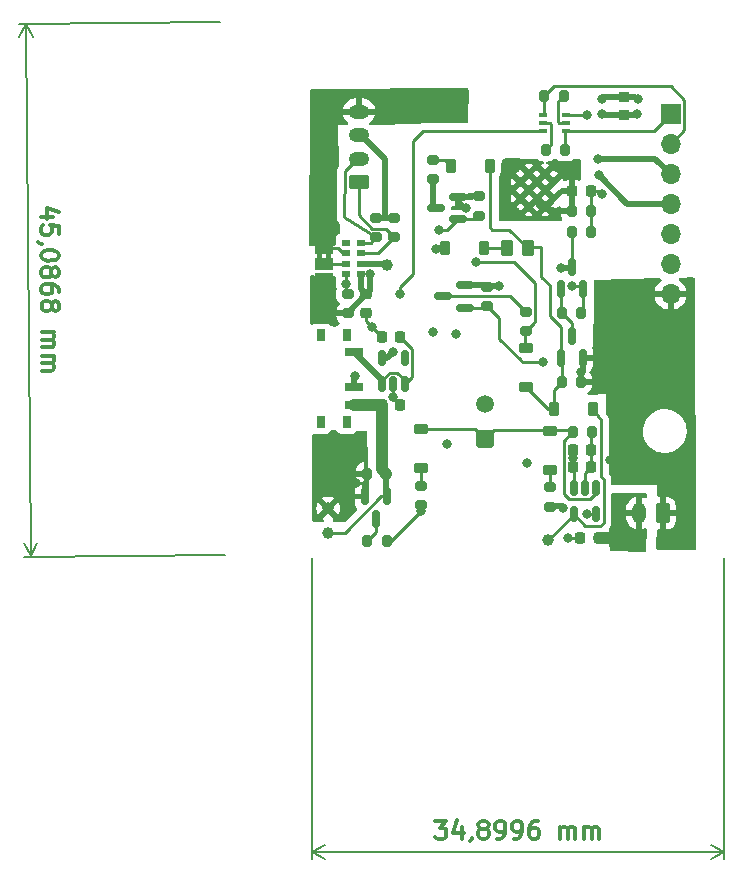
<source format=gbr>
%TF.GenerationSoftware,KiCad,Pcbnew,7.0.10-7.0.10~ubuntu22.04.1*%
%TF.CreationDate,2024-01-30T00:04:26+01:00*%
%TF.ProjectId,MailBox_LP_Notifier,4d61696c-426f-4785-9f4c-505f4e6f7469,rev?*%
%TF.SameCoordinates,Original*%
%TF.FileFunction,Copper,L1,Top*%
%TF.FilePolarity,Positive*%
%FSLAX46Y46*%
G04 Gerber Fmt 4.6, Leading zero omitted, Abs format (unit mm)*
G04 Created by KiCad (PCBNEW 7.0.10-7.0.10~ubuntu22.04.1) date 2024-01-30 00:04:26*
%MOMM*%
%LPD*%
G01*
G04 APERTURE LIST*
G04 Aperture macros list*
%AMRoundRect*
0 Rectangle with rounded corners*
0 $1 Rounding radius*
0 $2 $3 $4 $5 $6 $7 $8 $9 X,Y pos of 4 corners*
0 Add a 4 corners polygon primitive as box body*
4,1,4,$2,$3,$4,$5,$6,$7,$8,$9,$2,$3,0*
0 Add four circle primitives for the rounded corners*
1,1,$1+$1,$2,$3*
1,1,$1+$1,$4,$5*
1,1,$1+$1,$6,$7*
1,1,$1+$1,$8,$9*
0 Add four rect primitives between the rounded corners*
20,1,$1+$1,$2,$3,$4,$5,0*
20,1,$1+$1,$4,$5,$6,$7,0*
20,1,$1+$1,$6,$7,$8,$9,0*
20,1,$1+$1,$8,$9,$2,$3,0*%
%AMFreePoly0*
4,1,19,0.550000,-0.750000,0.000000,-0.750000,0.000000,-0.744911,-0.071157,-0.744911,-0.207708,-0.704816,-0.327430,-0.627875,-0.420627,-0.520320,-0.479746,-0.390866,-0.500000,-0.250000,-0.500000,0.250000,-0.479746,0.390866,-0.420627,0.520320,-0.327430,0.627875,-0.207708,0.704816,-0.071157,0.744911,0.000000,0.744911,0.000000,0.750000,0.550000,0.750000,0.550000,-0.750000,0.550000,-0.750000,
$1*%
%AMFreePoly1*
4,1,19,0.000000,0.744911,0.071157,0.744911,0.207708,0.704816,0.327430,0.627875,0.420627,0.520320,0.479746,0.390866,0.500000,0.250000,0.500000,-0.250000,0.479746,-0.390866,0.420627,-0.520320,0.327430,-0.627875,0.207708,-0.704816,0.071157,-0.744911,0.000000,-0.744911,0.000000,-0.750000,-0.550000,-0.750000,-0.550000,0.750000,0.000000,0.750000,0.000000,0.744911,0.000000,0.744911,
$1*%
G04 Aperture macros list end*
%ADD10C,0.300000*%
%TA.AperFunction,NonConductor*%
%ADD11C,0.300000*%
%TD*%
%TA.AperFunction,NonConductor*%
%ADD12C,0.200000*%
%TD*%
%TA.AperFunction,HeatsinkPad*%
%ADD13C,0.600000*%
%TD*%
%TA.AperFunction,SMDPad,CuDef*%
%ADD14RoundRect,0.225000X0.375000X-0.225000X0.375000X0.225000X-0.375000X0.225000X-0.375000X-0.225000X0*%
%TD*%
%TA.AperFunction,SMDPad,CuDef*%
%ADD15RoundRect,0.225000X0.225000X0.375000X-0.225000X0.375000X-0.225000X-0.375000X0.225000X-0.375000X0*%
%TD*%
%TA.AperFunction,SMDPad,CuDef*%
%ADD16RoundRect,0.225000X-0.225000X-0.375000X0.225000X-0.375000X0.225000X0.375000X-0.225000X0.375000X0*%
%TD*%
%TA.AperFunction,SMDPad,CuDef*%
%ADD17RoundRect,0.200000X-0.200000X-0.275000X0.200000X-0.275000X0.200000X0.275000X-0.200000X0.275000X0*%
%TD*%
%TA.AperFunction,SMDPad,CuDef*%
%ADD18RoundRect,0.200000X-0.275000X0.200000X-0.275000X-0.200000X0.275000X-0.200000X0.275000X0.200000X0*%
%TD*%
%TA.AperFunction,SMDPad,CuDef*%
%ADD19C,1.000000*%
%TD*%
%TA.AperFunction,SMDPad,CuDef*%
%ADD20R,0.650000X0.400000*%
%TD*%
%TA.AperFunction,SMDPad,CuDef*%
%ADD21RoundRect,0.225000X0.225000X0.250000X-0.225000X0.250000X-0.225000X-0.250000X0.225000X-0.250000X0*%
%TD*%
%TA.AperFunction,SMDPad,CuDef*%
%ADD22RoundRect,0.225000X-0.250000X0.225000X-0.250000X-0.225000X0.250000X-0.225000X0.250000X0.225000X0*%
%TD*%
%TA.AperFunction,SMDPad,CuDef*%
%ADD23RoundRect,0.150000X-0.150000X0.587500X-0.150000X-0.587500X0.150000X-0.587500X0.150000X0.587500X0*%
%TD*%
%TA.AperFunction,SMDPad,CuDef*%
%ADD24RoundRect,0.200000X0.275000X-0.200000X0.275000X0.200000X-0.275000X0.200000X-0.275000X-0.200000X0*%
%TD*%
%TA.AperFunction,SMDPad,CuDef*%
%ADD25RoundRect,0.200000X0.200000X0.275000X-0.200000X0.275000X-0.200000X-0.275000X0.200000X-0.275000X0*%
%TD*%
%TA.AperFunction,SMDPad,CuDef*%
%ADD26RoundRect,0.150000X0.150000X-0.512500X0.150000X0.512500X-0.150000X0.512500X-0.150000X-0.512500X0*%
%TD*%
%TA.AperFunction,SMDPad,CuDef*%
%ADD27RoundRect,0.250000X-0.262500X-0.450000X0.262500X-0.450000X0.262500X0.450000X-0.262500X0.450000X0*%
%TD*%
%TA.AperFunction,SMDPad,CuDef*%
%ADD28R,0.800000X1.000000*%
%TD*%
%TA.AperFunction,SMDPad,CuDef*%
%ADD29R,1.500000X0.700000*%
%TD*%
%TA.AperFunction,SMDPad,CuDef*%
%ADD30FreePoly0,270.000000*%
%TD*%
%TA.AperFunction,SMDPad,CuDef*%
%ADD31R,1.500000X1.000000*%
%TD*%
%TA.AperFunction,SMDPad,CuDef*%
%ADD32FreePoly1,270.000000*%
%TD*%
%TA.AperFunction,SMDPad,CuDef*%
%ADD33RoundRect,0.150000X0.150000X-0.587500X0.150000X0.587500X-0.150000X0.587500X-0.150000X-0.587500X0*%
%TD*%
%TA.AperFunction,ComponentPad*%
%ADD34RoundRect,0.250001X0.499999X0.499999X-0.499999X0.499999X-0.499999X-0.499999X0.499999X-0.499999X0*%
%TD*%
%TA.AperFunction,ComponentPad*%
%ADD35C,1.500000*%
%TD*%
%TA.AperFunction,SMDPad,CuDef*%
%ADD36RoundRect,0.225000X-0.225000X-0.250000X0.225000X-0.250000X0.225000X0.250000X-0.225000X0.250000X0*%
%TD*%
%TA.AperFunction,ComponentPad*%
%ADD37R,1.700000X1.700000*%
%TD*%
%TA.AperFunction,ComponentPad*%
%ADD38O,1.700000X1.700000*%
%TD*%
%TA.AperFunction,SMDPad,CuDef*%
%ADD39RoundRect,0.150000X-0.150000X0.512500X-0.150000X-0.512500X0.150000X-0.512500X0.150000X0.512500X0*%
%TD*%
%TA.AperFunction,SMDPad,CuDef*%
%ADD40RoundRect,0.150000X0.587500X0.150000X-0.587500X0.150000X-0.587500X-0.150000X0.587500X-0.150000X0*%
%TD*%
%TA.AperFunction,SMDPad,CuDef*%
%ADD41RoundRect,0.225000X0.250000X-0.225000X0.250000X0.225000X-0.250000X0.225000X-0.250000X-0.225000X0*%
%TD*%
%TA.AperFunction,ComponentPad*%
%ADD42RoundRect,0.250000X0.625000X-0.350000X0.625000X0.350000X-0.625000X0.350000X-0.625000X-0.350000X0*%
%TD*%
%TA.AperFunction,ComponentPad*%
%ADD43O,1.750000X1.200000*%
%TD*%
%TA.AperFunction,ComponentPad*%
%ADD44RoundRect,0.250000X0.350000X0.625000X-0.350000X0.625000X-0.350000X-0.625000X0.350000X-0.625000X0*%
%TD*%
%TA.AperFunction,ComponentPad*%
%ADD45O,1.200000X1.750000*%
%TD*%
%TA.AperFunction,SMDPad,CuDef*%
%ADD46R,0.800000X0.500000*%
%TD*%
%TA.AperFunction,ViaPad*%
%ADD47C,0.800000*%
%TD*%
%TA.AperFunction,Conductor*%
%ADD48C,0.250000*%
%TD*%
%TA.AperFunction,Conductor*%
%ADD49C,0.500000*%
%TD*%
%TA.AperFunction,Conductor*%
%ADD50C,1.000000*%
%TD*%
G04 APERTURE END LIST*
D10*
D11*
X128534401Y-124196239D02*
X129462973Y-124196239D01*
X129462973Y-124196239D02*
X128962973Y-124767668D01*
X128962973Y-124767668D02*
X129177258Y-124767668D01*
X129177258Y-124767668D02*
X129320116Y-124839096D01*
X129320116Y-124839096D02*
X129391544Y-124910525D01*
X129391544Y-124910525D02*
X129462973Y-125053382D01*
X129462973Y-125053382D02*
X129462973Y-125410525D01*
X129462973Y-125410525D02*
X129391544Y-125553382D01*
X129391544Y-125553382D02*
X129320116Y-125624811D01*
X129320116Y-125624811D02*
X129177258Y-125696239D01*
X129177258Y-125696239D02*
X128748687Y-125696239D01*
X128748687Y-125696239D02*
X128605830Y-125624811D01*
X128605830Y-125624811D02*
X128534401Y-125553382D01*
X130748687Y-124696239D02*
X130748687Y-125696239D01*
X130391544Y-124124811D02*
X130034401Y-125196239D01*
X130034401Y-125196239D02*
X130962972Y-125196239D01*
X131605829Y-125624811D02*
X131605829Y-125696239D01*
X131605829Y-125696239D02*
X131534400Y-125839096D01*
X131534400Y-125839096D02*
X131462972Y-125910525D01*
X132462972Y-124839096D02*
X132320115Y-124767668D01*
X132320115Y-124767668D02*
X132248686Y-124696239D01*
X132248686Y-124696239D02*
X132177258Y-124553382D01*
X132177258Y-124553382D02*
X132177258Y-124481953D01*
X132177258Y-124481953D02*
X132248686Y-124339096D01*
X132248686Y-124339096D02*
X132320115Y-124267668D01*
X132320115Y-124267668D02*
X132462972Y-124196239D01*
X132462972Y-124196239D02*
X132748686Y-124196239D01*
X132748686Y-124196239D02*
X132891544Y-124267668D01*
X132891544Y-124267668D02*
X132962972Y-124339096D01*
X132962972Y-124339096D02*
X133034401Y-124481953D01*
X133034401Y-124481953D02*
X133034401Y-124553382D01*
X133034401Y-124553382D02*
X132962972Y-124696239D01*
X132962972Y-124696239D02*
X132891544Y-124767668D01*
X132891544Y-124767668D02*
X132748686Y-124839096D01*
X132748686Y-124839096D02*
X132462972Y-124839096D01*
X132462972Y-124839096D02*
X132320115Y-124910525D01*
X132320115Y-124910525D02*
X132248686Y-124981953D01*
X132248686Y-124981953D02*
X132177258Y-125124811D01*
X132177258Y-125124811D02*
X132177258Y-125410525D01*
X132177258Y-125410525D02*
X132248686Y-125553382D01*
X132248686Y-125553382D02*
X132320115Y-125624811D01*
X132320115Y-125624811D02*
X132462972Y-125696239D01*
X132462972Y-125696239D02*
X132748686Y-125696239D01*
X132748686Y-125696239D02*
X132891544Y-125624811D01*
X132891544Y-125624811D02*
X132962972Y-125553382D01*
X132962972Y-125553382D02*
X133034401Y-125410525D01*
X133034401Y-125410525D02*
X133034401Y-125124811D01*
X133034401Y-125124811D02*
X132962972Y-124981953D01*
X132962972Y-124981953D02*
X132891544Y-124910525D01*
X132891544Y-124910525D02*
X132748686Y-124839096D01*
X133748686Y-125696239D02*
X134034400Y-125696239D01*
X134034400Y-125696239D02*
X134177257Y-125624811D01*
X134177257Y-125624811D02*
X134248686Y-125553382D01*
X134248686Y-125553382D02*
X134391543Y-125339096D01*
X134391543Y-125339096D02*
X134462972Y-125053382D01*
X134462972Y-125053382D02*
X134462972Y-124481953D01*
X134462972Y-124481953D02*
X134391543Y-124339096D01*
X134391543Y-124339096D02*
X134320115Y-124267668D01*
X134320115Y-124267668D02*
X134177257Y-124196239D01*
X134177257Y-124196239D02*
X133891543Y-124196239D01*
X133891543Y-124196239D02*
X133748686Y-124267668D01*
X133748686Y-124267668D02*
X133677257Y-124339096D01*
X133677257Y-124339096D02*
X133605829Y-124481953D01*
X133605829Y-124481953D02*
X133605829Y-124839096D01*
X133605829Y-124839096D02*
X133677257Y-124981953D01*
X133677257Y-124981953D02*
X133748686Y-125053382D01*
X133748686Y-125053382D02*
X133891543Y-125124811D01*
X133891543Y-125124811D02*
X134177257Y-125124811D01*
X134177257Y-125124811D02*
X134320115Y-125053382D01*
X134320115Y-125053382D02*
X134391543Y-124981953D01*
X134391543Y-124981953D02*
X134462972Y-124839096D01*
X135177257Y-125696239D02*
X135462971Y-125696239D01*
X135462971Y-125696239D02*
X135605828Y-125624811D01*
X135605828Y-125624811D02*
X135677257Y-125553382D01*
X135677257Y-125553382D02*
X135820114Y-125339096D01*
X135820114Y-125339096D02*
X135891543Y-125053382D01*
X135891543Y-125053382D02*
X135891543Y-124481953D01*
X135891543Y-124481953D02*
X135820114Y-124339096D01*
X135820114Y-124339096D02*
X135748686Y-124267668D01*
X135748686Y-124267668D02*
X135605828Y-124196239D01*
X135605828Y-124196239D02*
X135320114Y-124196239D01*
X135320114Y-124196239D02*
X135177257Y-124267668D01*
X135177257Y-124267668D02*
X135105828Y-124339096D01*
X135105828Y-124339096D02*
X135034400Y-124481953D01*
X135034400Y-124481953D02*
X135034400Y-124839096D01*
X135034400Y-124839096D02*
X135105828Y-124981953D01*
X135105828Y-124981953D02*
X135177257Y-125053382D01*
X135177257Y-125053382D02*
X135320114Y-125124811D01*
X135320114Y-125124811D02*
X135605828Y-125124811D01*
X135605828Y-125124811D02*
X135748686Y-125053382D01*
X135748686Y-125053382D02*
X135820114Y-124981953D01*
X135820114Y-124981953D02*
X135891543Y-124839096D01*
X137177257Y-124196239D02*
X136891542Y-124196239D01*
X136891542Y-124196239D02*
X136748685Y-124267668D01*
X136748685Y-124267668D02*
X136677257Y-124339096D01*
X136677257Y-124339096D02*
X136534399Y-124553382D01*
X136534399Y-124553382D02*
X136462971Y-124839096D01*
X136462971Y-124839096D02*
X136462971Y-125410525D01*
X136462971Y-125410525D02*
X136534399Y-125553382D01*
X136534399Y-125553382D02*
X136605828Y-125624811D01*
X136605828Y-125624811D02*
X136748685Y-125696239D01*
X136748685Y-125696239D02*
X137034399Y-125696239D01*
X137034399Y-125696239D02*
X137177257Y-125624811D01*
X137177257Y-125624811D02*
X137248685Y-125553382D01*
X137248685Y-125553382D02*
X137320114Y-125410525D01*
X137320114Y-125410525D02*
X137320114Y-125053382D01*
X137320114Y-125053382D02*
X137248685Y-124910525D01*
X137248685Y-124910525D02*
X137177257Y-124839096D01*
X137177257Y-124839096D02*
X137034399Y-124767668D01*
X137034399Y-124767668D02*
X136748685Y-124767668D01*
X136748685Y-124767668D02*
X136605828Y-124839096D01*
X136605828Y-124839096D02*
X136534399Y-124910525D01*
X136534399Y-124910525D02*
X136462971Y-125053382D01*
X139105827Y-125696239D02*
X139105827Y-124696239D01*
X139105827Y-124839096D02*
X139177256Y-124767668D01*
X139177256Y-124767668D02*
X139320113Y-124696239D01*
X139320113Y-124696239D02*
X139534399Y-124696239D01*
X139534399Y-124696239D02*
X139677256Y-124767668D01*
X139677256Y-124767668D02*
X139748685Y-124910525D01*
X139748685Y-124910525D02*
X139748685Y-125696239D01*
X139748685Y-124910525D02*
X139820113Y-124767668D01*
X139820113Y-124767668D02*
X139962970Y-124696239D01*
X139962970Y-124696239D02*
X140177256Y-124696239D01*
X140177256Y-124696239D02*
X140320113Y-124767668D01*
X140320113Y-124767668D02*
X140391542Y-124910525D01*
X140391542Y-124910525D02*
X140391542Y-125696239D01*
X141105827Y-125696239D02*
X141105827Y-124696239D01*
X141105827Y-124839096D02*
X141177256Y-124767668D01*
X141177256Y-124767668D02*
X141320113Y-124696239D01*
X141320113Y-124696239D02*
X141534399Y-124696239D01*
X141534399Y-124696239D02*
X141677256Y-124767668D01*
X141677256Y-124767668D02*
X141748685Y-124910525D01*
X141748685Y-124910525D02*
X141748685Y-125696239D01*
X141748685Y-124910525D02*
X141820113Y-124767668D01*
X141820113Y-124767668D02*
X141962970Y-124696239D01*
X141962970Y-124696239D02*
X142177256Y-124696239D01*
X142177256Y-124696239D02*
X142320113Y-124767668D01*
X142320113Y-124767668D02*
X142391542Y-124910525D01*
X142391542Y-124910525D02*
X142391542Y-125696239D01*
D12*
X118084600Y-101973000D02*
X118084600Y-127404331D01*
X152984200Y-101973000D02*
X152984200Y-127404331D01*
X118084600Y-126817911D02*
X152984200Y-126817911D01*
X118084600Y-126817911D02*
X152984200Y-126817911D01*
X118084600Y-126817911D02*
X119211104Y-126231490D01*
X118084600Y-126817911D02*
X119211104Y-127404332D01*
X152984200Y-126817911D02*
X151857696Y-127404332D01*
X152984200Y-126817911D02*
X151857696Y-126231490D01*
D10*
D11*
X96121248Y-73028091D02*
X95121289Y-73037105D01*
X96689434Y-72665812D02*
X95614830Y-72318342D01*
X95614830Y-72318342D02*
X95623200Y-73246875D01*
X96634748Y-74523523D02*
X96628310Y-73809267D01*
X96628310Y-73809267D02*
X95913409Y-73744279D01*
X95913409Y-73744279D02*
X95985479Y-73815061D01*
X95985479Y-73815061D02*
X96058192Y-73957269D01*
X96058192Y-73957269D02*
X96061411Y-74314397D01*
X96061411Y-74314397D02*
X95991273Y-74457892D01*
X95991273Y-74457892D02*
X95920492Y-74529962D01*
X95920492Y-74529962D02*
X95778284Y-74602675D01*
X95778284Y-74602675D02*
X95421156Y-74605894D01*
X95421156Y-74605894D02*
X95277661Y-74535756D01*
X95277661Y-74535756D02*
X95205591Y-74464974D01*
X95205591Y-74464974D02*
X95132878Y-74322767D01*
X95132878Y-74322767D02*
X95129659Y-73965638D01*
X95129659Y-73965638D02*
X95199797Y-73822143D01*
X95199797Y-73822143D02*
X95270578Y-73750074D01*
X95213317Y-75322082D02*
X95141891Y-75322726D01*
X95141891Y-75322726D02*
X94998396Y-75252588D01*
X94998396Y-75252588D02*
X94926327Y-75181806D01*
X96650200Y-76237739D02*
X96651488Y-76380591D01*
X96651488Y-76380591D02*
X96581350Y-76524086D01*
X96581350Y-76524086D02*
X96510568Y-76596155D01*
X96510568Y-76596155D02*
X96368361Y-76668869D01*
X96368361Y-76668869D02*
X96083302Y-76742870D01*
X96083302Y-76742870D02*
X95726174Y-76746089D01*
X95726174Y-76746089D02*
X95439827Y-76677238D01*
X95439827Y-76677238D02*
X95296332Y-76607100D01*
X95296332Y-76607100D02*
X95224262Y-76536319D01*
X95224262Y-76536319D02*
X95151549Y-76394111D01*
X95151549Y-76394111D02*
X95150261Y-76251260D01*
X95150261Y-76251260D02*
X95220399Y-76107765D01*
X95220399Y-76107765D02*
X95291181Y-76035695D01*
X95291181Y-76035695D02*
X95433389Y-75962982D01*
X95433389Y-75962982D02*
X95718448Y-75888981D01*
X95718448Y-75888981D02*
X96075576Y-75885762D01*
X96075576Y-75885762D02*
X96361922Y-75954612D01*
X96361922Y-75954612D02*
X96505418Y-76024750D01*
X96505418Y-76024750D02*
X96577487Y-76095532D01*
X96577487Y-76095532D02*
X96650200Y-76237739D01*
X96019602Y-77600621D02*
X96089740Y-77457126D01*
X96089740Y-77457126D02*
X96160522Y-77385056D01*
X96160522Y-77385056D02*
X96302730Y-77312343D01*
X96302730Y-77312343D02*
X96374155Y-77311699D01*
X96374155Y-77311699D02*
X96517650Y-77381837D01*
X96517650Y-77381837D02*
X96589720Y-77452619D01*
X96589720Y-77452619D02*
X96662433Y-77594826D01*
X96662433Y-77594826D02*
X96665009Y-77880529D01*
X96665009Y-77880529D02*
X96594871Y-78024024D01*
X96594871Y-78024024D02*
X96524089Y-78096094D01*
X96524089Y-78096094D02*
X96381881Y-78168807D01*
X96381881Y-78168807D02*
X96310456Y-78169451D01*
X96310456Y-78169451D02*
X96166960Y-78099313D01*
X96166960Y-78099313D02*
X96094891Y-78028531D01*
X96094891Y-78028531D02*
X96022178Y-77886324D01*
X96022178Y-77886324D02*
X96019602Y-77600621D01*
X96019602Y-77600621D02*
X95946889Y-77458414D01*
X95946889Y-77458414D02*
X95874819Y-77387632D01*
X95874819Y-77387632D02*
X95731324Y-77317494D01*
X95731324Y-77317494D02*
X95445622Y-77320069D01*
X95445622Y-77320069D02*
X95303414Y-77392782D01*
X95303414Y-77392782D02*
X95232632Y-77464852D01*
X95232632Y-77464852D02*
X95162494Y-77608347D01*
X95162494Y-77608347D02*
X95165070Y-77894050D01*
X95165070Y-77894050D02*
X95237783Y-78036257D01*
X95237783Y-78036257D02*
X95309852Y-78107039D01*
X95309852Y-78107039D02*
X95453348Y-78177177D01*
X95453348Y-78177177D02*
X95739050Y-78174602D01*
X95739050Y-78174602D02*
X95881258Y-78101888D01*
X95881258Y-78101888D02*
X95952040Y-78029819D01*
X95952040Y-78029819D02*
X96022178Y-77886324D01*
X96679173Y-79451893D02*
X96676598Y-79166191D01*
X96676598Y-79166191D02*
X96603884Y-79023983D01*
X96603884Y-79023983D02*
X96531815Y-78953201D01*
X96531815Y-78953201D02*
X96316250Y-78812282D01*
X96316250Y-78812282D02*
X96029904Y-78743431D01*
X96029904Y-78743431D02*
X95458498Y-78748582D01*
X95458498Y-78748582D02*
X95316291Y-78821295D01*
X95316291Y-78821295D02*
X95245509Y-78893365D01*
X95245509Y-78893365D02*
X95175371Y-79036860D01*
X95175371Y-79036860D02*
X95177946Y-79322563D01*
X95177946Y-79322563D02*
X95250660Y-79464770D01*
X95250660Y-79464770D02*
X95322729Y-79535552D01*
X95322729Y-79535552D02*
X95466224Y-79605690D01*
X95466224Y-79605690D02*
X95823353Y-79602471D01*
X95823353Y-79602471D02*
X95965560Y-79529758D01*
X95965560Y-79529758D02*
X96036342Y-79457688D01*
X96036342Y-79457688D02*
X96106480Y-79314193D01*
X96106480Y-79314193D02*
X96103905Y-79028490D01*
X96103905Y-79028490D02*
X96031191Y-78886283D01*
X96031191Y-78886283D02*
X95959122Y-78815501D01*
X95959122Y-78815501D02*
X95815627Y-78745363D01*
X96045356Y-80457647D02*
X96115494Y-80314152D01*
X96115494Y-80314152D02*
X96186276Y-80242082D01*
X96186276Y-80242082D02*
X96328483Y-80169369D01*
X96328483Y-80169369D02*
X96399909Y-80168725D01*
X96399909Y-80168725D02*
X96543404Y-80238863D01*
X96543404Y-80238863D02*
X96615473Y-80309645D01*
X96615473Y-80309645D02*
X96688187Y-80451852D01*
X96688187Y-80451852D02*
X96690762Y-80737555D01*
X96690762Y-80737555D02*
X96620624Y-80881050D01*
X96620624Y-80881050D02*
X96549842Y-80953120D01*
X96549842Y-80953120D02*
X96407635Y-81025833D01*
X96407635Y-81025833D02*
X96336209Y-81026477D01*
X96336209Y-81026477D02*
X96192714Y-80956339D01*
X96192714Y-80956339D02*
X96120644Y-80885557D01*
X96120644Y-80885557D02*
X96047931Y-80743350D01*
X96047931Y-80743350D02*
X96045356Y-80457647D01*
X96045356Y-80457647D02*
X95972642Y-80315439D01*
X95972642Y-80315439D02*
X95900573Y-80244658D01*
X95900573Y-80244658D02*
X95757078Y-80174520D01*
X95757078Y-80174520D02*
X95471375Y-80177095D01*
X95471375Y-80177095D02*
X95329168Y-80249808D01*
X95329168Y-80249808D02*
X95258386Y-80321878D01*
X95258386Y-80321878D02*
X95188248Y-80465373D01*
X95188248Y-80465373D02*
X95190823Y-80751076D01*
X95190823Y-80751076D02*
X95263536Y-80893283D01*
X95263536Y-80893283D02*
X95335606Y-80964065D01*
X95335606Y-80964065D02*
X95479101Y-81034203D01*
X95479101Y-81034203D02*
X95764804Y-81031628D01*
X95764804Y-81031628D02*
X95907011Y-80958914D01*
X95907011Y-80958914D02*
X95977793Y-80886845D01*
X95977793Y-80886845D02*
X96047931Y-80743350D01*
X95209494Y-82822420D02*
X96209454Y-82813406D01*
X96066602Y-82814693D02*
X96138672Y-82885475D01*
X96138672Y-82885475D02*
X96211385Y-83027683D01*
X96211385Y-83027683D02*
X96213317Y-83241960D01*
X96213317Y-83241960D02*
X96143179Y-83385455D01*
X96143179Y-83385455D02*
X96000971Y-83458168D01*
X96000971Y-83458168D02*
X95215289Y-83465251D01*
X96000971Y-83458168D02*
X96144466Y-83528306D01*
X96144466Y-83528306D02*
X96217180Y-83670514D01*
X96217180Y-83670514D02*
X96219111Y-83884791D01*
X96219111Y-83884791D02*
X96148973Y-84028286D01*
X96148973Y-84028286D02*
X96006766Y-84100999D01*
X96006766Y-84100999D02*
X95221083Y-84108082D01*
X95227522Y-84822338D02*
X96227481Y-84813325D01*
X96084630Y-84814612D02*
X96156699Y-84885394D01*
X96156699Y-84885394D02*
X96229413Y-85027602D01*
X96229413Y-85027602D02*
X96231344Y-85241879D01*
X96231344Y-85241879D02*
X96161206Y-85385374D01*
X96161206Y-85385374D02*
X96018999Y-85458087D01*
X96018999Y-85458087D02*
X95233316Y-85465169D01*
X96018999Y-85458087D02*
X96162494Y-85528225D01*
X96162494Y-85528225D02*
X96235207Y-85670433D01*
X96235207Y-85670433D02*
X96237139Y-85884710D01*
X96237139Y-85884710D02*
X96167001Y-86028205D01*
X96167001Y-86028205D02*
X96024793Y-86100918D01*
X96024793Y-86100918D02*
X95239111Y-86108000D01*
D12*
X110320220Y-56570307D02*
X93266081Y-56724034D01*
X110726620Y-101655307D02*
X93672481Y-101809034D01*
X93852477Y-56718748D02*
X94258877Y-101803748D01*
X93852477Y-56718748D02*
X94258877Y-101803748D01*
X93852477Y-56718748D02*
X94449028Y-57839920D01*
X93852477Y-56718748D02*
X93276234Y-57850492D01*
X94258877Y-101803748D02*
X93662326Y-100682576D01*
X94258877Y-101803748D02*
X94835120Y-100672004D01*
%TA.AperFunction,EtchedComponent*%
%TO.C,JP1*%
G36*
X119700600Y-76612800D02*
G01*
X119300600Y-76612800D01*
X119300600Y-76112800D01*
X119700600Y-76112800D01*
X119700600Y-76612800D01*
G37*
%TD.AperFunction*%
%TA.AperFunction,EtchedComponent*%
G36*
X118900600Y-76612800D02*
G01*
X118500600Y-76612800D01*
X118500600Y-76112800D01*
X118900600Y-76112800D01*
X118900600Y-76612800D01*
G37*
%TD.AperFunction*%
%TD*%
D13*
%TO.P,U3,39,GND*%
%TO.N,GND*%
X137161000Y-71485400D03*
X136436000Y-72185400D03*
X136436000Y-69385400D03*
X137161000Y-70085400D03*
X137836000Y-69385400D03*
X135736000Y-70085400D03*
X137836000Y-70785400D03*
X138536000Y-71485400D03*
X137836000Y-72185400D03*
X135736000Y-71485400D03*
X136436000Y-70785400D03*
X138536000Y-70085400D03*
%TD*%
D14*
%TO.P,D2,1,K*%
%TO.N,Net-(D2-Pad1)*%
X138226800Y-94512400D03*
%TO.P,D2,2,A*%
%TO.N,Net-(D1-Pad2)*%
X138226800Y-91212400D03*
%TD*%
D15*
%TO.P,D4,1,K*%
%TO.N,Net-(D4-Pad1)*%
X133120400Y-68707000D03*
%TO.P,D4,2,A*%
%TO.N,Net-(D4-Pad2)*%
X129820400Y-68707000D03*
%TD*%
D16*
%TO.P,D6,1,K*%
%TO.N,Net-(D4-Pad1)*%
X138558000Y-89306400D03*
%TO.P,D6,2,A*%
%TO.N,SW_REED*%
X141858000Y-89306400D03*
%TD*%
D14*
%TO.P,D5,1,K*%
%TO.N,Net-(D4-Pad1)*%
X136220200Y-87425800D03*
%TO.P,D5,2,A*%
%TO.N,WU_BUT*%
X136220200Y-84125800D03*
%TD*%
D15*
%TO.P,D7,1,K*%
%TO.N,Net-(D7-Pad1)*%
X132663200Y-75717400D03*
%TO.P,D7,2,A*%
%TO.N,MCU_HOLD*%
X129363200Y-75717400D03*
%TD*%
D14*
%TO.P,D1,1,K*%
%TO.N,Net-(D1-Pad1)*%
X127304800Y-94284800D03*
%TO.P,D1,2,A*%
%TO.N,Net-(D1-Pad2)*%
X127304800Y-90984800D03*
%TD*%
D17*
%TO.P,R17,1*%
%TO.N,RTS*%
X137757400Y-62788800D03*
%TO.P,R17,2*%
%TO.N,Net-(Q4-Pad5)*%
X139407400Y-62788800D03*
%TD*%
D18*
%TO.P,R9,1*%
%TO.N,Net-(D4-Pad2)*%
X128320800Y-68212200D03*
%TO.P,R9,2*%
%TO.N,Net-(Q3-Pad3)*%
X128320800Y-69862200D03*
%TD*%
D19*
%TO.P,TP3,1,1*%
%TO.N,SW_REED*%
X138099800Y-100431600D03*
%TD*%
D20*
%TO.P,Q4,1,E1*%
%TO.N,RTS*%
X137673800Y-64446600D03*
%TO.P,Q4,2,B1*%
%TO.N,Net-(Q4-Pad2)*%
X137673800Y-65096600D03*
%TO.P,Q4,3,C2*%
%TO.N,IO0*%
X137673800Y-65746600D03*
%TO.P,Q4,4,E2*%
%TO.N,DRT*%
X139573800Y-65746600D03*
%TO.P,Q4,5,B2*%
%TO.N,Net-(Q4-Pad5)*%
X139573800Y-65096600D03*
%TO.P,Q4,6,C1*%
%TO.N,RST*%
X139573800Y-64446600D03*
%TD*%
D21*
%TO.P,C1,1*%
%TO.N,Net-(C1-Pad1)*%
X141719600Y-92760800D03*
%TO.P,C1,2*%
%TO.N,GND*%
X140169600Y-92760800D03*
%TD*%
D22*
%TO.P,C8,1*%
%TO.N,VDD*%
X122682000Y-79616000D03*
%TO.P,C8,2*%
%TO.N,GND*%
X122682000Y-81166000D03*
%TD*%
D17*
%TO.P,R19,1*%
%TO.N,GND*%
X140068800Y-72593200D03*
%TO.P,R19,2*%
%TO.N,V_SENSE*%
X141718800Y-72593200D03*
%TD*%
D19*
%TO.P,TP2,1,1*%
%TO.N,GND*%
X119456200Y-97739200D03*
%TD*%
D23*
%TO.P,Q1,1,G*%
%TO.N,+3V3*%
X124444800Y-96725500D03*
%TO.P,Q1,2,S*%
%TO.N,GND*%
X122544800Y-96725500D03*
%TO.P,Q1,3,D*%
%TO.N,Net-(Q1-Pad3)*%
X123494800Y-98600500D03*
%TD*%
D17*
%TO.P,R5,1*%
%TO.N,Net-(D1-Pad2)*%
X140145000Y-91236800D03*
%TO.P,R5,2*%
%TO.N,Net-(C1-Pad1)*%
X141795000Y-91236800D03*
%TD*%
D24*
%TO.P,R20,1*%
%TO.N,SDA*%
X123494800Y-74789800D03*
%TO.P,R20,2*%
%TO.N,+3V3*%
X123494800Y-73139800D03*
%TD*%
D19*
%TO.P,TP1,1,1*%
%TO.N,CLKOUT*%
X124409200Y-77089000D03*
%TD*%
D24*
%TO.P,R11,1*%
%TO.N,~{INT}*%
X132207000Y-72935600D03*
%TO.P,R11,2*%
%TO.N,VDD*%
X132207000Y-71285600D03*
%TD*%
D25*
%TO.P,R16,1*%
%TO.N,DRT*%
X139509000Y-67360800D03*
%TO.P,R16,2*%
%TO.N,Net-(Q4-Pad2)*%
X137859000Y-67360800D03*
%TD*%
D26*
%TO.P,U2,1,VIN*%
%TO.N,Net-(C4-Pad1)*%
X124031000Y-87243500D03*
%TO.P,U2,2,GND*%
%TO.N,GND*%
X124981000Y-87243500D03*
%TO.P,U2,3,EN*%
%TO.N,Net-(C4-Pad1)*%
X125931000Y-87243500D03*
%TO.P,U2,4,NC*%
%TO.N,unconnected-(U2-Pad4)*%
X125931000Y-84968500D03*
%TO.P,U2,5,VOUT*%
%TO.N,+3V3*%
X124031000Y-84968500D03*
%TD*%
D27*
%TO.P,R13,1*%
%TO.N,Net-(D7-Pad1)*%
X134571100Y-75717400D03*
%TO.P,R13,2*%
%TO.N,Net-(D4-Pad1)*%
X136396100Y-75717400D03*
%TD*%
D24*
%TO.P,R21,1*%
%TO.N,SCL*%
X125044200Y-74789800D03*
%TO.P,R21,2*%
%TO.N,+3V3*%
X125044200Y-73139800D03*
%TD*%
D28*
%TO.P,SW2,*%
%TO.N,*%
X121016000Y-83091000D03*
X118806000Y-83091000D03*
X121016000Y-90391000D03*
X118806000Y-90391000D03*
D29*
%TO.P,SW2,1,A*%
%TO.N,Net-(C4-Pad1)*%
X121666000Y-84491000D03*
%TO.P,SW2,2,B*%
%TO.N,VCC_SW*%
X121666000Y-87491000D03*
%TO.P,SW2,3,C*%
%TO.N,+3V3*%
X121666000Y-88991000D03*
%TD*%
D30*
%TO.P,JP1,1,A*%
%TO.N,GND*%
X119100600Y-75712800D03*
D31*
%TO.P,JP1,2,C*%
%TO.N,Net-(JP1-Pad2)*%
X119100600Y-77012800D03*
D32*
%TO.P,JP1,3,B*%
%TO.N,VDD*%
X119100600Y-78312800D03*
%TD*%
D24*
%TO.P,R4,1*%
%TO.N,GND*%
X138252200Y-97573600D03*
%TO.P,R4,2*%
%TO.N,Net-(D2-Pad1)*%
X138252200Y-95923600D03*
%TD*%
D21*
%TO.P,C4,1*%
%TO.N,Net-(C4-Pad1)*%
X125527400Y-83185000D03*
%TO.P,C4,2*%
%TO.N,GND*%
X123977400Y-83185000D03*
%TD*%
D33*
%TO.P,Q5,1,G*%
%TO.N,Net-(D4-Pad1)*%
X139156400Y-84981500D03*
%TO.P,Q5,2,S*%
%TO.N,GND*%
X141056400Y-84981500D03*
%TO.P,Q5,3,D*%
%TO.N,Net-(Q5-Pad3)*%
X140106400Y-83106500D03*
%TD*%
D25*
%TO.P,R18,1*%
%TO.N,V_SENSE*%
X141718800Y-74295000D03*
%TO.P,R18,2*%
%TO.N,VCC_SW*%
X140068800Y-74295000D03*
%TD*%
D34*
%TO.P,SW1,1,1*%
%TO.N,Net-(D1-Pad2)*%
X132765800Y-91871800D03*
D35*
%TO.P,SW1,2,2*%
%TO.N,VDD*%
X132765800Y-88871800D03*
%TD*%
D21*
%TO.P,C7,1*%
%TO.N,V_SENSE*%
X141668800Y-70891400D03*
%TO.P,C7,2*%
%TO.N,GND*%
X140118800Y-70891400D03*
%TD*%
%TO.P,C3,1*%
%TO.N,VDD*%
X142354600Y-100228400D03*
%TO.P,C3,2*%
%TO.N,GND*%
X140804600Y-100228400D03*
%TD*%
D36*
%TO.P,C6,1*%
%TO.N,+3V3*%
X124002800Y-89001600D03*
%TO.P,C6,2*%
%TO.N,GND*%
X125552800Y-89001600D03*
%TD*%
D24*
%TO.P,R7,1*%
%TO.N,Net-(Q2-Pad1)*%
X132918200Y-80631800D03*
%TO.P,R7,2*%
%TO.N,VDD*%
X132918200Y-78981800D03*
%TD*%
D18*
%TO.P,R22,1*%
%TO.N,~{INT}*%
X121132600Y-79566000D03*
%TO.P,R22,2*%
%TO.N,VDD*%
X121132600Y-81216000D03*
%TD*%
D21*
%TO.P,C2,1*%
%TO.N,Net-(C1-Pad1)*%
X141706600Y-94259400D03*
%TO.P,C2,2*%
%TO.N,GND*%
X140156600Y-94259400D03*
%TD*%
D37*
%TO.P,J2,1,Pin_1*%
%TO.N,DRT*%
X148437200Y-64332800D03*
D38*
%TO.P,J2,2,Pin_2*%
%TO.N,RTS*%
X148437200Y-66872800D03*
%TO.P,J2,3,Pin_3*%
%TO.N,TX*%
X148437200Y-69412800D03*
%TO.P,J2,4,Pin_4*%
%TO.N,RX*%
X148437200Y-71952800D03*
%TO.P,J2,5,Pin_5*%
%TO.N,+3V3*%
X148437200Y-74492800D03*
%TO.P,J2,6,Pin_6*%
%TO.N,unconnected-(J2-Pad6)*%
X148437200Y-77032800D03*
%TO.P,J2,7,Pin_7*%
%TO.N,GND*%
X148437200Y-79572800D03*
%TD*%
D17*
%TO.P,R3,1*%
%TO.N,Net-(Q1-Pad3)*%
X122746000Y-100457000D03*
%TO.P,R3,2*%
%TO.N,C_REED*%
X124396000Y-100457000D03*
%TD*%
D19*
%TO.P,TP4,1,1*%
%TO.N,+3V3*%
X119405400Y-99796600D03*
%TD*%
D24*
%TO.P,R2,1*%
%TO.N,C_REED*%
X127279400Y-97446600D03*
%TO.P,R2,2*%
%TO.N,Net-(D1-Pad1)*%
X127279400Y-95796600D03*
%TD*%
D17*
%TO.P,R15,1*%
%TO.N,Net-(Q5-Pad3)*%
X139230600Y-81150700D03*
%TO.P,R15,2*%
%TO.N,VDD*%
X140880600Y-81150700D03*
%TD*%
D24*
%TO.P,R10,1*%
%TO.N,WU_BUT*%
X136169400Y-82714600D03*
%TO.P,R10,2*%
%TO.N,Net-(Q2-Pad3)*%
X136169400Y-81064600D03*
%TD*%
D39*
%TO.P,U1,1*%
%TO.N,Net-(D1-Pad2)*%
X142148600Y-95966700D03*
%TO.P,U1,2*%
%TO.N,Net-(C1-Pad1)*%
X141198600Y-95966700D03*
%TO.P,U1,3,GND*%
%TO.N,GND*%
X140248600Y-95966700D03*
%TO.P,U1,4*%
%TO.N,SW_REED*%
X140248600Y-98241700D03*
%TO.P,U1,5,VCC*%
%TO.N,VDD*%
X142148600Y-98241700D03*
%TD*%
D40*
%TO.P,Q2,1,G*%
%TO.N,Net-(Q2-Pad1)*%
X131036300Y-80731400D03*
%TO.P,Q2,2,S*%
%TO.N,VDD*%
X131036300Y-78831400D03*
%TO.P,Q2,3,D*%
%TO.N,Net-(Q2-Pad3)*%
X129161300Y-79781400D03*
%TD*%
D41*
%TO.P,C5,1*%
%TO.N,+3V3*%
X144500600Y-64427400D03*
%TO.P,C5,2*%
%TO.N,GND*%
X144500600Y-62877400D03*
%TD*%
D17*
%TO.P,R1,1*%
%TO.N,GND*%
X122720600Y-94792800D03*
%TO.P,R1,2*%
%TO.N,+3V3*%
X124370600Y-94792800D03*
%TD*%
D33*
%TO.P,Q6,1,G*%
%TO.N,Net-(Q5-Pad3)*%
X139131000Y-79141800D03*
%TO.P,Q6,2,S*%
%TO.N,VDD*%
X141031000Y-79141800D03*
%TO.P,Q6,3,D*%
%TO.N,VCC_SW*%
X140081000Y-77266800D03*
%TD*%
D40*
%TO.P,Q3,1,G*%
%TO.N,~{INT}*%
X130452100Y-73263800D03*
%TO.P,Q3,2,S*%
%TO.N,VDD*%
X130452100Y-71363800D03*
%TO.P,Q3,3,D*%
%TO.N,Net-(Q3-Pad3)*%
X128577100Y-72313800D03*
%TD*%
D25*
%TO.P,R14,1*%
%TO.N,GND*%
X140880600Y-87020400D03*
%TO.P,R14,2*%
%TO.N,Net-(D4-Pad1)*%
X139230600Y-87020400D03*
%TD*%
D42*
%TO.P,J3,1,Pin_1*%
%TO.N,SCL*%
X122058600Y-70132200D03*
D43*
%TO.P,J3,2,Pin_2*%
%TO.N,SDA*%
X122058600Y-68132200D03*
%TO.P,J3,3,Pin_3*%
%TO.N,+3V3*%
X122058600Y-66132200D03*
%TO.P,J3,4,Pin_4*%
%TO.N,GND*%
X122058600Y-64132200D03*
%TD*%
D44*
%TO.P,J1,1,Pin_1*%
%TO.N,GND*%
X147761200Y-98129000D03*
D45*
%TO.P,J1,2,Pin_2*%
%TO.N,VDD*%
X145761200Y-98129000D03*
%TD*%
D46*
%TO.P,U4,1,NC*%
%TO.N,unconnected-(U4-Pad1)*%
X120993200Y-75227200D03*
%TO.P,U4,2,Vss*%
%TO.N,GND*%
X120993200Y-76127200D03*
%TO.P,U4,3,CLKOE*%
%TO.N,Net-(JP1-Pad2)*%
X120993200Y-77027200D03*
%TO.P,U4,4,~{INT}*%
%TO.N,~{INT}*%
X120993200Y-77927200D03*
%TO.P,U4,5,Vdd*%
%TO.N,VDD*%
X122193200Y-77927200D03*
%TO.P,U4,6,CLKOUT*%
%TO.N,CLKOUT*%
X122193200Y-77027200D03*
%TO.P,U4,7,SCL*%
%TO.N,SCL*%
X122193200Y-76127200D03*
%TO.P,U4,8,SDA*%
%TO.N,SDA*%
X122193200Y-75227200D03*
%TD*%
D47*
%TO.N,GND*%
X142468600Y-81153000D03*
X129336800Y-63068200D03*
X129489200Y-92303600D03*
X121818400Y-95580200D03*
X123126500Y-82334100D03*
X149199600Y-99542600D03*
X142468600Y-80314800D03*
X124333000Y-63060400D03*
X124981000Y-88302800D03*
X139340102Y-97667300D03*
X139725400Y-100228400D03*
X142646400Y-63042800D03*
X143306800Y-93624400D03*
X140880600Y-86144600D03*
X145643600Y-63068200D03*
X136271000Y-93878400D03*
X119100600Y-74472800D03*
X125433000Y-63060400D03*
X147751800Y-100025200D03*
X140156600Y-93498000D03*
%TO.N,VDD*%
X141325600Y-98221800D03*
X140081000Y-78917800D03*
X133908800Y-78917800D03*
X144373600Y-99542600D03*
X119075200Y-79502000D03*
X145770600Y-99999800D03*
X123012200Y-77901800D03*
X131089400Y-72288400D03*
%TO.N,+3V3*%
X124942600Y-84480400D03*
X122819600Y-88991000D03*
X142671800Y-64338200D03*
X145618200Y-64312800D03*
X130288800Y-82969600D03*
%TO.N,V_SENSE*%
X142671800Y-71120000D03*
%TO.N,~{INT}*%
X120993200Y-78752400D03*
X128854200Y-74193400D03*
%TO.N,MCU_HOLD*%
X128574800Y-75742800D03*
%TO.N,TX*%
X142319988Y-68119012D03*
%TO.N,RX*%
X142367000Y-69545200D03*
%TO.N,IO0*%
X125526800Y-79603600D03*
%TO.N,RST*%
X141351000Y-64439800D03*
X128346200Y-82829400D03*
%TO.N,VCC_SW*%
X121691400Y-86537800D03*
X139192000Y-77368400D03*
%TO.N,C_REED*%
X127279400Y-97942400D03*
%TO.N,WU_BUT*%
X131955079Y-76858487D03*
%TO.N,Net-(Q2-Pad1)*%
X137617878Y-85298033D03*
%TD*%
D48*
%TO.N,Net-(D4-Pad1)*%
X136396100Y-75717400D02*
X134803700Y-74125000D01*
X134803700Y-74125000D02*
X133300000Y-74125000D01*
X133300000Y-74125000D02*
X133120400Y-73945400D01*
X133120400Y-73945400D02*
X133120400Y-68707000D01*
%TO.N,GND*%
X138430000Y-72263000D02*
X137411100Y-72263000D01*
X137411100Y-72263000D02*
X137078500Y-71930400D01*
D49*
%TO.N,VDD*%
X121132600Y-81216000D02*
X119966000Y-81216000D01*
X119966000Y-81216000D02*
X119075200Y-80325200D01*
X119075200Y-80325200D02*
X119075200Y-79502000D01*
X123012200Y-77901800D02*
X123012200Y-79285800D01*
X123012200Y-79285800D02*
X122682000Y-79616000D01*
X122193200Y-77927200D02*
X122193200Y-79127200D01*
X122193200Y-79127200D02*
X122682000Y-79616000D01*
D50*
X142354600Y-100228400D02*
X143687800Y-100228400D01*
X143687800Y-100228400D02*
X144373600Y-99542600D01*
D48*
%TO.N,Net-(C1-Pad1)*%
X141706600Y-91236800D02*
X141757400Y-91186000D01*
X141706600Y-92710000D02*
X141706600Y-91236800D01*
X141198600Y-95966700D02*
X141198600Y-94767400D01*
X141198600Y-94767400D02*
X141706600Y-94259400D01*
X141706600Y-94259400D02*
X141706600Y-92710000D01*
%TO.N,GND*%
X140118800Y-70891400D02*
X140118800Y-72543200D01*
X124981000Y-87243500D02*
X124981000Y-88302800D01*
X122720600Y-94792800D02*
X122720600Y-95669600D01*
X140068800Y-72593200D02*
X138760200Y-72593200D01*
X123126500Y-82334100D02*
X123977400Y-83185000D01*
X124981000Y-88429800D02*
X125552800Y-89001600D01*
X140880600Y-87020400D02*
X140880600Y-86144600D01*
X145452800Y-62877400D02*
X145643600Y-63068200D01*
D49*
X139170202Y-97497400D02*
X139340102Y-97667300D01*
D48*
X140156600Y-92710000D02*
X140156600Y-93498000D01*
X122682000Y-81889600D02*
X123126500Y-82334100D01*
X122631200Y-95580200D02*
X122720600Y-95669600D01*
X140880600Y-86144600D02*
X140880600Y-85157300D01*
X140248600Y-94351400D02*
X140156600Y-94259400D01*
X119100600Y-75712800D02*
X119100600Y-74472800D01*
X138760200Y-72593200D02*
X138430000Y-72263000D01*
X124981000Y-88302800D02*
X124981000Y-88429800D01*
X142811800Y-62877400D02*
X142646400Y-63042800D01*
X140156600Y-93498000D02*
X140156600Y-94259400D01*
D49*
X144500600Y-62877400D02*
X145452800Y-62877400D01*
D48*
X121615200Y-95580200D02*
X121818400Y-95580200D01*
X122720600Y-95669600D02*
X122720600Y-96549700D01*
X122682000Y-81166000D02*
X122682000Y-81889600D01*
D49*
X144500600Y-62877400D02*
X142811800Y-62877400D01*
D48*
X119456200Y-97739200D02*
X121615200Y-95580200D01*
X122720600Y-96549700D02*
X122544800Y-96725500D01*
X139725400Y-100228400D02*
X140804600Y-100228400D01*
X140880600Y-85157300D02*
X141056400Y-84981500D01*
X120993200Y-76127200D02*
X120678800Y-76127200D01*
X121818400Y-95580200D02*
X122631200Y-95580200D01*
X140118800Y-72543200D02*
X140068800Y-72593200D01*
X120678800Y-76127200D02*
X120264400Y-75712800D01*
D49*
X138252200Y-97497400D02*
X139170202Y-97497400D01*
D48*
X140248600Y-95966700D02*
X140248600Y-94351400D01*
X120264400Y-75712800D02*
X119100600Y-75712800D01*
%TO.N,VDD*%
X130452100Y-71651100D02*
X131089400Y-72288400D01*
X141325600Y-98221800D02*
X142128700Y-98221800D01*
D49*
X132918200Y-78841600D02*
X131186700Y-78841600D01*
D48*
X130530300Y-71285600D02*
X130452100Y-71363800D01*
X131186700Y-78981800D02*
X131036300Y-78831400D01*
X141031000Y-81000300D02*
X140880600Y-81150700D01*
X132207000Y-71285600D02*
X130530300Y-71285600D01*
X141031000Y-79141800D02*
X141031000Y-81000300D01*
D49*
X133908800Y-78917800D02*
X132982200Y-78917800D01*
X121132600Y-81165400D02*
X122682000Y-79616000D01*
D48*
X142128700Y-98221800D02*
X142148600Y-98241700D01*
X140081000Y-78917800D02*
X140807000Y-78917800D01*
X140807000Y-78917800D02*
X141031000Y-79141800D01*
D49*
X132982200Y-78917800D02*
X132918200Y-78981800D01*
D48*
X130452100Y-71363800D02*
X130452100Y-71651100D01*
D49*
%TO.N,Net-(C4-Pad1)*%
X124031000Y-86856000D02*
X121666000Y-84491000D01*
D48*
X125527400Y-83185000D02*
X126555520Y-84213120D01*
X124031000Y-87243500D02*
X124031000Y-86856000D01*
X125304072Y-86233000D02*
X125931000Y-86859928D01*
X125931000Y-86859928D02*
X125931000Y-87243500D01*
X124657928Y-86233000D02*
X125304072Y-86233000D01*
X124031000Y-86859928D02*
X124657928Y-86233000D01*
X126555520Y-84213120D02*
X126555520Y-86618980D01*
X126555520Y-86618980D02*
X125931000Y-87243500D01*
X124031000Y-87243500D02*
X124031000Y-86859928D01*
D49*
%TO.N,+3V3*%
X124256800Y-68186800D02*
X122047000Y-65977000D01*
X144500600Y-64427400D02*
X142761000Y-64427400D01*
X124031000Y-84968500D02*
X124454500Y-84968500D01*
X124454500Y-84968500D02*
X124942600Y-84480400D01*
X124256800Y-73075800D02*
X124256800Y-68186800D01*
D48*
X120882272Y-99796600D02*
X119405400Y-99796600D01*
D50*
X122819600Y-88991000D02*
X123992200Y-88991000D01*
D49*
X124320800Y-73139800D02*
X124256800Y-73075800D01*
X144500600Y-64427400D02*
X145503600Y-64427400D01*
D50*
X123992200Y-88991000D02*
X124002800Y-89001600D01*
X124002800Y-89001600D02*
X124002800Y-94425000D01*
X124002800Y-94425000D02*
X124370600Y-94792800D01*
D49*
X124320800Y-73139800D02*
X123494800Y-73139800D01*
D48*
X124444800Y-96725500D02*
X123953372Y-96725500D01*
X124370600Y-96651300D02*
X124444800Y-96725500D01*
X142761000Y-64427400D02*
X142671800Y-64338200D01*
D50*
X121666000Y-88991000D02*
X122819600Y-88991000D01*
D49*
X124370600Y-94792800D02*
X124370600Y-96651300D01*
D48*
X123953372Y-96725500D02*
X120882272Y-99796600D01*
X145503600Y-64427400D02*
X145618200Y-64312800D01*
D49*
X125044200Y-73139800D02*
X124320800Y-73139800D01*
D48*
%TO.N,V_SENSE*%
X141668800Y-70891400D02*
X141668800Y-72543200D01*
X141668800Y-72543200D02*
X141718800Y-72593200D01*
X141718800Y-72593200D02*
X141718800Y-74295000D01*
X141668800Y-70891400D02*
X142443200Y-70891400D01*
X142443200Y-70891400D02*
X142671800Y-71120000D01*
%TO.N,Net-(D1-Pad1)*%
X127279400Y-95796600D02*
X127279400Y-94310200D01*
X127279400Y-94310200D02*
X127304800Y-94284800D01*
%TO.N,Net-(D1-Pad2)*%
X140130960Y-91236800D02*
X140145000Y-91236800D01*
X139382080Y-96506880D02*
X139382080Y-91985680D01*
X132765800Y-91871800D02*
X133501400Y-91136200D01*
X127304800Y-90984800D02*
X131878800Y-90984800D01*
X142148600Y-96408200D02*
X142148600Y-95966700D01*
X139852400Y-96977200D02*
X139382080Y-96506880D01*
X131878800Y-90984800D02*
X132765800Y-91871800D01*
X133501400Y-91136200D02*
X140057600Y-91136200D01*
X139382080Y-91985680D02*
X140130960Y-91236800D01*
X140057600Y-91136200D02*
X140107400Y-91186000D01*
X141579600Y-96977200D02*
X142148600Y-96408200D01*
X139852400Y-96977200D02*
X141579600Y-96977200D01*
%TO.N,Net-(D2-Pad1)*%
X138226800Y-95898200D02*
X138252200Y-95923600D01*
X138226800Y-94512400D02*
X138226800Y-95898200D01*
%TO.N,~{INT}*%
X128854200Y-74193400D02*
X129522500Y-74193400D01*
X131878800Y-73263800D02*
X132207000Y-72935600D01*
X129522500Y-74193400D02*
X130452100Y-73263800D01*
X120993200Y-77927200D02*
X120993200Y-79426600D01*
X130452100Y-73263800D02*
X131878800Y-73263800D01*
%TO.N,Net-(D4-Pad1)*%
X137472480Y-78118998D02*
X137472480Y-75633520D01*
X136479980Y-75633520D02*
X136396100Y-75717400D01*
X139166600Y-84971300D02*
X139166600Y-82397600D01*
X139156400Y-84981500D02*
X139166600Y-84971300D01*
X138210941Y-78857459D02*
X137472480Y-78118998D01*
X139230600Y-85055700D02*
X139156400Y-84981500D01*
X138558000Y-89306400D02*
X138100800Y-89306400D01*
X138558000Y-89306400D02*
X138558000Y-87693000D01*
X139230600Y-87020400D02*
X139230600Y-85055700D01*
X138558000Y-87693000D02*
X139230600Y-87020400D01*
X139166600Y-82397600D02*
X138210941Y-81441941D01*
X138210941Y-81441941D02*
X138210941Y-78857459D01*
X138100800Y-89306400D02*
X136220200Y-87425800D01*
X137472480Y-75633520D02*
X136479980Y-75633520D01*
%TO.N,SW_REED*%
X142582289Y-95066817D02*
X142773120Y-95257648D01*
X141858000Y-89306400D02*
X142570200Y-90246200D01*
X141235620Y-99228720D02*
X140248600Y-98241700D01*
X140248600Y-98282800D02*
X138099800Y-100431600D01*
X142495152Y-99228720D02*
X141235620Y-99228720D01*
X142773120Y-95257648D02*
X142773120Y-98950752D01*
X142773120Y-98950752D02*
X142495152Y-99228720D01*
X142570200Y-90246200D02*
X142582289Y-95066817D01*
%TO.N,Net-(D4-Pad2)*%
X129325600Y-68212200D02*
X129820400Y-68707000D01*
X128320800Y-68212200D02*
X129325600Y-68212200D01*
D49*
%TO.N,MCU_HOLD*%
X128600200Y-75717400D02*
X128574800Y-75742800D01*
X129363200Y-75717400D02*
X128600200Y-75717400D01*
X129363200Y-75717400D02*
X128837398Y-75717400D01*
X128837398Y-75717400D02*
X128820399Y-75734399D01*
D48*
%TO.N,DRT*%
X139573800Y-65746600D02*
X147023400Y-65746600D01*
X139509000Y-67360800D02*
X139509000Y-65811400D01*
X147023400Y-65746600D02*
X148437200Y-64332800D01*
X139509000Y-65811400D02*
X139573800Y-65746600D01*
%TO.N,RTS*%
X149611711Y-63158289D02*
X149611711Y-65698289D01*
X137757400Y-62788800D02*
X138556920Y-61989280D01*
X137757400Y-62788800D02*
X137757400Y-64363000D01*
X138556920Y-61989280D02*
X148442702Y-61989280D01*
X148442702Y-61989280D02*
X149611711Y-63158289D01*
X149611711Y-65698289D02*
X148437200Y-66872800D01*
X137757400Y-64363000D02*
X137673800Y-64446600D01*
D49*
%TO.N,TX*%
X142319988Y-68119012D02*
X147143412Y-68119012D01*
X147143412Y-68119012D02*
X148437200Y-69412800D01*
%TO.N,RX*%
X144774600Y-71952800D02*
X148437200Y-71952800D01*
X142367000Y-69545200D02*
X144774600Y-71952800D01*
D48*
%TO.N,SCL*%
X123706800Y-76127200D02*
X125044200Y-74789800D01*
X122193200Y-76127200D02*
X123706800Y-76127200D01*
X125044200Y-74789800D02*
X124316363Y-74061963D01*
X124316363Y-74061963D02*
X123200180Y-74061963D01*
X123200180Y-74061963D02*
X122047000Y-72908783D01*
X122047000Y-72908783D02*
X122047000Y-69977000D01*
%TO.N,SDA*%
X120847480Y-69176520D02*
X122047000Y-67977000D01*
X123057400Y-75227200D02*
X123494800Y-74789800D01*
X120827800Y-73101200D02*
X120847480Y-69176520D01*
X122193200Y-75227200D02*
X123057400Y-75227200D01*
X123494800Y-74789800D02*
X120827800Y-73101200D01*
%TO.N,Net-(JP1-Pad2)*%
X119115000Y-77027200D02*
X119100600Y-77012800D01*
X120993200Y-77027200D02*
X119115000Y-77027200D01*
%TO.N,Net-(Q1-Pad3)*%
X123494800Y-99708200D02*
X122746000Y-100457000D01*
X123494800Y-98600500D02*
X123494800Y-99708200D01*
%TO.N,IO0*%
X126593600Y-77927200D02*
X126593600Y-66649600D01*
X125526800Y-79603600D02*
X125526800Y-78994000D01*
X126593600Y-66649600D02*
X127496600Y-65746600D01*
X127496600Y-65746600D02*
X137673800Y-65746600D01*
X125526800Y-78994000D02*
X126593600Y-77927200D01*
%TO.N,RST*%
X141351000Y-64439800D02*
X139580600Y-64439800D01*
X139580600Y-64439800D02*
X139573800Y-64446600D01*
D49*
%TO.N,VCC_SW*%
X139192000Y-77368400D02*
X139979400Y-77368400D01*
D48*
X140068800Y-74295000D02*
X140068800Y-77254600D01*
D49*
X139979400Y-77368400D02*
X140081000Y-77266800D01*
X121666000Y-86563200D02*
X121691400Y-86537800D01*
X121666000Y-87491000D02*
X121666000Y-86563200D01*
D48*
X140068800Y-77254600D02*
X140081000Y-77266800D01*
%TO.N,C_REED*%
X124396000Y-100457000D02*
X124764800Y-100457000D01*
X124764800Y-100457000D02*
X127279400Y-97942400D01*
X127279400Y-97942400D02*
X127279400Y-97446600D01*
D49*
%TO.N,CLKOUT*%
X122193200Y-77027200D02*
X124347400Y-77027200D01*
X124347400Y-77027200D02*
X124409200Y-77089000D01*
D48*
%TO.N,WU_BUT*%
X136169400Y-82714600D02*
X136867320Y-82016680D01*
X136867320Y-82016680D02*
X136867320Y-82004480D01*
X136867320Y-82004480D02*
X136968920Y-81902880D01*
X136968920Y-81902880D02*
X136968920Y-78678080D01*
X136156200Y-82816200D02*
X136156200Y-84061800D01*
X135149327Y-76858487D02*
X131955079Y-76858487D01*
X136156200Y-84061800D02*
X136220200Y-84125800D01*
X136968920Y-78678080D02*
X135149327Y-76858487D01*
%TO.N,Net-(D7-Pad1)*%
X132663200Y-75717400D02*
X134571100Y-75717400D01*
%TO.N,Net-(Q2-Pad1)*%
X133920920Y-81634520D02*
X133920920Y-83349520D01*
X132918200Y-80631800D02*
X133920920Y-81634520D01*
X135869433Y-85298033D02*
X137617878Y-85298033D01*
X132818600Y-80731400D02*
X132918200Y-80631800D01*
X131036300Y-80731400D02*
X132818600Y-80731400D01*
X133920920Y-83349520D02*
X135737600Y-85166200D01*
X135737600Y-85166200D02*
X135869433Y-85298033D01*
%TO.N,Net-(Q2-Pad3)*%
X134886200Y-79781400D02*
X136169400Y-81064600D01*
X129161300Y-79781400D02*
X134886200Y-79781400D01*
D49*
%TO.N,Net-(Q3-Pad3)*%
X128320800Y-69862200D02*
X128320800Y-72057500D01*
D48*
X128320800Y-72057500D02*
X128577100Y-72313800D01*
%TO.N,Net-(Q4-Pad2)*%
X138323311Y-66896489D02*
X137859000Y-67360800D01*
X137673800Y-65096600D02*
X138248800Y-65096600D01*
X138248800Y-65096600D02*
X138323311Y-65171111D01*
X138323311Y-65171111D02*
X138323311Y-66896489D01*
%TO.N,Net-(Q4-Pad5)*%
X138924289Y-65022089D02*
X138924289Y-63271911D01*
X138998800Y-65096600D02*
X138924289Y-65022089D01*
X138924289Y-63271911D02*
X139407400Y-62788800D01*
X139573800Y-65096600D02*
X138998800Y-65096600D01*
%TO.N,Net-(Q5-Pad3)*%
X139131000Y-79141800D02*
X139131000Y-81051100D01*
X140106400Y-83106500D02*
X140106400Y-82026500D01*
X139131000Y-81051100D02*
X139230600Y-81150700D01*
X140106400Y-82026500D02*
X139230600Y-81150700D01*
%TD*%
%TA.AperFunction,Conductor*%
%TO.N,GND*%
G36*
X131283841Y-62174139D02*
G01*
X131330637Y-62227531D01*
X131342317Y-62281590D01*
X131321163Y-64777825D01*
X131319380Y-64988168D01*
X131298802Y-65056117D01*
X131244754Y-65102153D01*
X131193385Y-65113100D01*
X127580453Y-65113100D01*
X127564611Y-65111350D01*
X127564584Y-65111644D01*
X127556691Y-65110897D01*
X127488601Y-65113038D01*
X127484643Y-65113100D01*
X127456744Y-65113100D01*
X127456738Y-65113100D01*
X127456732Y-65113101D01*
X127452733Y-65113606D01*
X127440913Y-65114536D01*
X127396714Y-65115925D01*
X127396707Y-65115927D01*
X127377249Y-65121579D01*
X127357904Y-65125585D01*
X127337806Y-65128125D01*
X127337798Y-65128127D01*
X127296690Y-65144402D01*
X127285466Y-65148245D01*
X127243008Y-65160581D01*
X127225563Y-65170897D01*
X127207819Y-65179589D01*
X127188981Y-65187048D01*
X127188767Y-65187166D01*
X127188518Y-65187231D01*
X127181615Y-65189965D01*
X127181286Y-65189135D01*
X127129628Y-65202738D01*
X123066492Y-65252929D01*
X122998130Y-65233770D01*
X122950978Y-65180693D01*
X122940007Y-65110549D01*
X122968700Y-65045609D01*
X122987048Y-65027896D01*
X123101686Y-64937744D01*
X123101691Y-64937739D01*
X123240256Y-64777825D01*
X123240257Y-64777824D01*
X123346054Y-64594577D01*
X123346058Y-64594568D01*
X123415262Y-64394615D01*
X123415264Y-64394609D01*
X123416473Y-64386200D01*
X122334478Y-64386200D01*
X122376878Y-64340141D01*
X122427151Y-64225530D01*
X122437486Y-64100805D01*
X122406763Y-63979481D01*
X122340592Y-63878200D01*
X123412119Y-63878200D01*
X123412119Y-63878199D01*
X123385424Y-63768161D01*
X123385422Y-63768154D01*
X123297522Y-63575684D01*
X123297520Y-63575680D01*
X123174778Y-63403312D01*
X123174777Y-63403311D01*
X123021635Y-63257290D01*
X123021634Y-63257289D01*
X122843624Y-63142891D01*
X122843619Y-63142888D01*
X122647185Y-63064247D01*
X122647179Y-63064246D01*
X122439405Y-63024200D01*
X122312600Y-63024200D01*
X122312600Y-63854696D01*
X122239548Y-63797837D01*
X122121176Y-63757200D01*
X122027527Y-63757200D01*
X121935154Y-63772614D01*
X121825086Y-63832181D01*
X121804600Y-63854434D01*
X121804600Y-63024200D01*
X121730821Y-63024200D01*
X121730799Y-63024201D01*
X121572966Y-63039272D01*
X121572951Y-63039275D01*
X121369922Y-63098889D01*
X121181845Y-63195850D01*
X121015514Y-63326655D01*
X121015508Y-63326660D01*
X120876943Y-63486574D01*
X120876942Y-63486575D01*
X120771145Y-63669822D01*
X120771141Y-63669831D01*
X120701937Y-63869784D01*
X120701935Y-63869790D01*
X120700726Y-63878200D01*
X121782722Y-63878200D01*
X121740322Y-63924259D01*
X121690049Y-64038870D01*
X121679714Y-64163595D01*
X121710437Y-64284919D01*
X121776608Y-64386200D01*
X120705080Y-64386200D01*
X120731775Y-64496238D01*
X120731777Y-64496245D01*
X120819677Y-64688715D01*
X120819679Y-64688719D01*
X120942421Y-64861087D01*
X120942422Y-64861088D01*
X121095561Y-65007107D01*
X121125818Y-65026551D01*
X121172311Y-65080207D01*
X121182416Y-65150480D01*
X121152923Y-65215061D01*
X121135585Y-65231593D01*
X121110801Y-65251083D01*
X121044890Y-65277470D01*
X121034471Y-65278030D01*
X120307648Y-65287009D01*
X120307647Y-65287010D01*
X120362344Y-68715168D01*
X120343431Y-68783599D01*
X120337034Y-68791903D01*
X120337473Y-68792226D01*
X120332778Y-68798619D01*
X120322004Y-68817987D01*
X120311459Y-68833953D01*
X120297870Y-68851472D01*
X120297864Y-68851482D01*
X120281064Y-68890302D01*
X120275541Y-68901506D01*
X120254970Y-68938486D01*
X120249350Y-68959931D01*
X120243105Y-68978024D01*
X120234299Y-68998373D01*
X120227680Y-69040158D01*
X120225116Y-69052387D01*
X120214388Y-69093316D01*
X120214277Y-69115489D01*
X120212728Y-69134561D01*
X120209260Y-69156459D01*
X120209259Y-69156465D01*
X120213240Y-69198581D01*
X120213797Y-69211068D01*
X120194747Y-73010355D01*
X120194212Y-73018595D01*
X120194297Y-73099681D01*
X120194295Y-73100442D01*
X120194107Y-73137869D01*
X120194136Y-73138359D01*
X120194345Y-73145480D01*
X120194384Y-73181897D01*
X120201860Y-73210887D01*
X120204935Y-73227182D01*
X120208537Y-73256890D01*
X120208537Y-73256892D01*
X120208538Y-73256894D01*
X120213653Y-73270006D01*
X120221097Y-73289088D01*
X120225719Y-73303410D01*
X120234353Y-73336888D01*
X120248803Y-73363106D01*
X120255835Y-73378125D01*
X120266713Y-73406008D01*
X120286878Y-73434057D01*
X120294922Y-73446787D01*
X120311610Y-73477066D01*
X120332126Y-73498867D01*
X120342675Y-73511671D01*
X120360138Y-73535963D01*
X120360143Y-73535968D01*
X120386654Y-73558124D01*
X120397619Y-73568462D01*
X120407066Y-73578502D01*
X120439180Y-73641820D01*
X120441286Y-73662836D01*
X120453004Y-74397272D01*
X120434091Y-74465703D01*
X120381184Y-74513046D01*
X120371055Y-74517337D01*
X120346996Y-74526310D01*
X120229938Y-74613938D01*
X120142312Y-74730992D01*
X120142310Y-74730997D01*
X120091211Y-74867995D01*
X120091209Y-74868003D01*
X120084700Y-74928550D01*
X120084700Y-75374000D01*
X120064698Y-75442121D01*
X120011042Y-75488614D01*
X119958700Y-75500000D01*
X117977026Y-75500000D01*
X117908905Y-75479998D01*
X117862412Y-75426342D01*
X117851030Y-75372978D01*
X117864896Y-73662836D01*
X117932568Y-65316742D01*
X117907854Y-62356330D01*
X117927287Y-62288047D01*
X117980553Y-62241108D01*
X118033132Y-62229283D01*
X131215609Y-62154524D01*
X131283841Y-62174139D01*
G37*
%TD.AperFunction*%
%TD*%
%TA.AperFunction,Conductor*%
%TO.N,GND*%
G36*
X120102626Y-91135747D02*
G01*
X120169554Y-91155795D01*
X120201214Y-91185432D01*
X120252739Y-91254261D01*
X120369796Y-91341889D01*
X120506799Y-91392989D01*
X120534050Y-91395918D01*
X120567345Y-91399499D01*
X120567362Y-91399500D01*
X121464638Y-91399500D01*
X121464654Y-91399499D01*
X121491692Y-91396591D01*
X121525201Y-91392989D01*
X121662204Y-91341889D01*
X121779261Y-91254261D01*
X121823376Y-91195330D01*
X121879308Y-91153459D01*
X121923311Y-91145642D01*
X122604600Y-91149345D01*
X122671529Y-91169393D01*
X122716997Y-91222445D01*
X122727888Y-91270368D01*
X122787994Y-93774799D01*
X122787995Y-93774800D01*
X122836859Y-95810800D01*
X122794800Y-95810800D01*
X122794800Y-96851500D01*
X122775115Y-96918539D01*
X122722311Y-96964294D01*
X122670800Y-96975500D01*
X121744800Y-96975500D01*
X121744800Y-97378649D01*
X121747699Y-97415489D01*
X121747700Y-97415495D01*
X121793516Y-97573193D01*
X121793517Y-97573196D01*
X121877114Y-97714552D01*
X121877121Y-97714561D01*
X121885082Y-97722522D01*
X121918567Y-97783845D01*
X121913583Y-97853537D01*
X121885082Y-97897884D01*
X120944286Y-98838681D01*
X120882963Y-98872166D01*
X120856605Y-98875000D01*
X119947659Y-98875000D01*
X119880620Y-98855315D01*
X119834865Y-98802511D01*
X119824921Y-98733353D01*
X119853946Y-98669797D01*
X119889205Y-98641642D01*
X119964723Y-98601276D01*
X119964723Y-98601275D01*
X119456201Y-98092753D01*
X119456200Y-98092753D01*
X118947676Y-98601276D01*
X119020396Y-98640146D01*
X119070240Y-98689109D01*
X119085700Y-98757246D01*
X119061868Y-98822926D01*
X119020409Y-98858855D01*
X119017611Y-98860351D01*
X118959144Y-98875000D01*
X118249000Y-98875000D01*
X118181961Y-98855315D01*
X118136206Y-98802511D01*
X118125000Y-98751000D01*
X118125000Y-97739200D01*
X118451361Y-97739200D01*
X118470668Y-97935232D01*
X118527851Y-98123737D01*
X118594123Y-98247722D01*
X119102647Y-97739200D01*
X119809753Y-97739200D01*
X120318275Y-98247723D01*
X120318276Y-98247723D01*
X120384548Y-98123737D01*
X120441731Y-97935232D01*
X120461038Y-97739200D01*
X120441731Y-97543167D01*
X120384548Y-97354662D01*
X120318275Y-97230676D01*
X119809753Y-97739199D01*
X119809753Y-97739200D01*
X119102647Y-97739200D01*
X118594123Y-97230676D01*
X118527849Y-97354666D01*
X118470668Y-97543167D01*
X118451361Y-97739200D01*
X118125000Y-97739200D01*
X118125000Y-96877123D01*
X118947676Y-96877123D01*
X119456200Y-97385647D01*
X119456201Y-97385647D01*
X119964722Y-96877123D01*
X119840737Y-96810851D01*
X119652230Y-96753668D01*
X119652234Y-96753668D01*
X119456200Y-96734361D01*
X119260167Y-96753668D01*
X119071666Y-96810849D01*
X118947676Y-96877123D01*
X118125000Y-96877123D01*
X118125000Y-96475500D01*
X121744800Y-96475500D01*
X122294800Y-96475500D01*
X122294800Y-95569000D01*
X122314485Y-95501961D01*
X122367289Y-95456206D01*
X122418800Y-95445000D01*
X122470600Y-95445000D01*
X122470600Y-95042800D01*
X121820601Y-95042800D01*
X121820601Y-95124382D01*
X121827008Y-95194902D01*
X121827009Y-95194907D01*
X121877581Y-95357196D01*
X121969406Y-95509093D01*
X121966803Y-95510666D01*
X121987486Y-95562677D01*
X121974103Y-95631253D01*
X121951702Y-95661858D01*
X121877118Y-95736442D01*
X121877114Y-95736447D01*
X121793517Y-95877803D01*
X121793516Y-95877806D01*
X121747700Y-96035504D01*
X121747699Y-96035510D01*
X121744800Y-96072350D01*
X121744800Y-96475500D01*
X118125000Y-96475500D01*
X118125000Y-94542800D01*
X121820600Y-94542800D01*
X122470600Y-94542800D01*
X122470600Y-93817800D01*
X122470599Y-93817799D01*
X122464036Y-93817800D01*
X122464017Y-93817801D01*
X122393497Y-93824208D01*
X122393492Y-93824209D01*
X122231203Y-93874781D01*
X122085722Y-93962727D01*
X121965527Y-94082922D01*
X121877580Y-94228404D01*
X121827009Y-94390693D01*
X121820600Y-94461227D01*
X121820600Y-94542800D01*
X118125000Y-94542800D01*
X118125000Y-91507505D01*
X118144685Y-91440466D01*
X118197489Y-91394711D01*
X118266647Y-91384767D01*
X118292339Y-91391325D01*
X118296796Y-91392988D01*
X118296799Y-91392989D01*
X118357345Y-91399499D01*
X118357362Y-91399500D01*
X119254638Y-91399500D01*
X119254654Y-91399499D01*
X119281692Y-91396591D01*
X119315201Y-91392989D01*
X119452204Y-91341889D01*
X119569261Y-91254261D01*
X119622333Y-91183364D01*
X119678263Y-91141497D01*
X119722266Y-91133680D01*
X120102626Y-91135747D01*
G37*
%TD.AperFunction*%
%TD*%
%TA.AperFunction,Conductor*%
%TO.N,GND*%
G36*
X150435227Y-78202665D02*
G01*
X150483013Y-78255171D01*
X150495707Y-78309597D01*
X150621302Y-101117706D01*
X150601675Y-101185936D01*
X150548277Y-101232724D01*
X150495304Y-101244400D01*
X147371401Y-101244400D01*
X147303280Y-101224398D01*
X147256787Y-101170742D01*
X147245411Y-101116809D01*
X147250174Y-100739451D01*
X147264100Y-99636407D01*
X147284960Y-99568547D01*
X147339199Y-99522735D01*
X147390090Y-99512000D01*
X147507200Y-99512000D01*
X147507200Y-98406503D01*
X147580252Y-98463363D01*
X147698624Y-98504000D01*
X147792273Y-98504000D01*
X147884646Y-98488586D01*
X147994714Y-98429019D01*
X148015200Y-98406765D01*
X148015200Y-99512000D01*
X148161717Y-99512000D01*
X148161716Y-99511999D01*
X148265518Y-99501394D01*
X148265521Y-99501393D01*
X148433725Y-99445657D01*
X148584539Y-99352634D01*
X148584545Y-99352629D01*
X148709829Y-99227345D01*
X148709834Y-99227339D01*
X148802857Y-99076525D01*
X148858593Y-98908321D01*
X148858594Y-98908318D01*
X148869199Y-98804516D01*
X148869200Y-98804516D01*
X148869200Y-98383000D01*
X148037078Y-98383000D01*
X148079478Y-98336941D01*
X148129751Y-98222330D01*
X148140086Y-98097605D01*
X148109363Y-97976281D01*
X148043192Y-97875000D01*
X148869200Y-97875000D01*
X148869200Y-97453483D01*
X148858594Y-97349681D01*
X148858593Y-97349678D01*
X148802857Y-97181474D01*
X148709834Y-97030660D01*
X148709829Y-97030654D01*
X148584545Y-96905370D01*
X148584539Y-96905365D01*
X148433725Y-96812342D01*
X148265521Y-96756606D01*
X148265518Y-96756605D01*
X148161716Y-96746000D01*
X148015200Y-96746000D01*
X148015200Y-97851496D01*
X147942148Y-97794637D01*
X147823776Y-97754000D01*
X147730127Y-97754000D01*
X147637754Y-97769414D01*
X147527686Y-97828981D01*
X147507200Y-97851234D01*
X147507200Y-96746000D01*
X147428192Y-96746000D01*
X147360071Y-96725998D01*
X147313578Y-96672342D01*
X147302202Y-96618409D01*
X147312744Y-95783400D01*
X144856200Y-95783400D01*
X144551400Y-95783400D01*
X143532620Y-95783400D01*
X143464499Y-95763398D01*
X143418006Y-95709742D01*
X143406620Y-95657400D01*
X143406620Y-95341501D01*
X143408369Y-95325659D01*
X143408076Y-95325632D01*
X143408822Y-95317739D01*
X143406682Y-95249648D01*
X143406620Y-95245690D01*
X143406620Y-95217798D01*
X143406620Y-95217792D01*
X143406113Y-95213783D01*
X143405182Y-95201954D01*
X143403794Y-95157759D01*
X143398137Y-95138290D01*
X143394132Y-95118946D01*
X143391594Y-95098851D01*
X143375316Y-95057740D01*
X143371476Y-95046525D01*
X143359138Y-95004055D01*
X143348826Y-94986618D01*
X143340130Y-94968869D01*
X143332672Y-94950031D01*
X143306672Y-94914246D01*
X143300179Y-94904362D01*
X143277662Y-94866286D01*
X143263334Y-94851958D01*
X143250500Y-94836931D01*
X143239049Y-94821170D01*
X143215194Y-94754301D01*
X143214989Y-94747430D01*
X143214838Y-94687370D01*
X143206228Y-91253765D01*
X146100788Y-91253765D01*
X146130412Y-91523014D01*
X146198928Y-91785090D01*
X146304869Y-92034389D01*
X146304870Y-92034390D01*
X146445982Y-92265610D01*
X146619255Y-92473820D01*
X146619257Y-92473822D01*
X146619259Y-92473824D01*
X146663875Y-92513800D01*
X146820998Y-92654582D01*
X147046910Y-92804044D01*
X147292176Y-92919020D01*
X147551569Y-92997060D01*
X147551572Y-92997060D01*
X147551574Y-92997061D01*
X147819557Y-93036500D01*
X147819561Y-93036500D01*
X148022631Y-93036500D01*
X148225156Y-93021677D01*
X148225160Y-93021676D01*
X148225161Y-93021676D01*
X148335665Y-92997060D01*
X148489553Y-92962780D01*
X148742558Y-92866014D01*
X148978777Y-92733441D01*
X149193177Y-92567888D01*
X149381186Y-92372881D01*
X149538799Y-92152579D01*
X149590120Y-92052760D01*
X149662656Y-91911675D01*
X149662657Y-91911672D01*
X149705842Y-91785088D01*
X149750118Y-91655305D01*
X149774718Y-91522119D01*
X149799318Y-91388941D01*
X149799319Y-91388930D01*
X149809212Y-91118235D01*
X149789478Y-90938882D01*
X149779587Y-90848985D01*
X149732984Y-90670728D01*
X149711072Y-90586912D01*
X149706710Y-90576648D01*
X149605130Y-90337610D01*
X149464018Y-90106390D01*
X149290745Y-89898180D01*
X149290741Y-89898177D01*
X149290740Y-89898175D01*
X149089012Y-89717427D01*
X149089002Y-89717418D01*
X148863090Y-89567956D01*
X148617824Y-89452980D01*
X148460392Y-89405615D01*
X148358425Y-89374938D01*
X148090442Y-89335500D01*
X148090439Y-89335500D01*
X147887369Y-89335500D01*
X147684839Y-89350323D01*
X147684838Y-89350323D01*
X147420456Y-89409217D01*
X147420441Y-89409222D01*
X147167441Y-89505986D01*
X146931229Y-89638555D01*
X146931225Y-89638557D01*
X146716818Y-89804116D01*
X146528815Y-89999117D01*
X146528810Y-89999123D01*
X146371203Y-90219417D01*
X146371196Y-90219427D01*
X146247343Y-90460324D01*
X146247342Y-90460327D01*
X146159883Y-90716689D01*
X146159880Y-90716702D01*
X146110681Y-90983058D01*
X146110680Y-90983069D01*
X146100788Y-91253765D01*
X143206228Y-91253765D01*
X143203800Y-90285658D01*
X143204501Y-90272074D01*
X143206489Y-90253300D01*
X143208605Y-90233322D01*
X143197939Y-90160714D01*
X143197660Y-90158689D01*
X143188274Y-90085853D01*
X143188272Y-90085847D01*
X143186923Y-90080646D01*
X143186886Y-90080462D01*
X143186848Y-90080322D01*
X143186791Y-90080152D01*
X143185347Y-90074965D01*
X143185346Y-90074962D01*
X143156964Y-90007299D01*
X143156144Y-90005293D01*
X143148300Y-89985626D01*
X143128979Y-89937181D01*
X143128974Y-89937175D01*
X143126378Y-89932478D01*
X143126297Y-89932312D01*
X143126218Y-89932172D01*
X143126121Y-89932022D01*
X143123438Y-89927367D01*
X143123435Y-89927364D01*
X143123435Y-89927362D01*
X143079116Y-89868880D01*
X143077864Y-89867197D01*
X143034574Y-89807927D01*
X143034572Y-89807925D01*
X143030877Y-89804010D01*
X143022088Y-89793628D01*
X142990734Y-89752254D01*
X142965532Y-89685881D01*
X142965156Y-89676402D01*
X142962159Y-88049978D01*
X142962158Y-88049978D01*
X141528349Y-88129288D01*
X141459227Y-88113078D01*
X141409842Y-88062072D01*
X141395872Y-87992464D01*
X141421754Y-87926353D01*
X141456207Y-87895651D01*
X141520437Y-87856823D01*
X141520450Y-87856813D01*
X141642013Y-87735250D01*
X141642021Y-87735240D01*
X141730966Y-87588106D01*
X141782118Y-87423953D01*
X141782118Y-87423952D01*
X141788600Y-87352622D01*
X141788600Y-87274400D01*
X140752600Y-87274400D01*
X140684479Y-87254398D01*
X140637986Y-87200742D01*
X140626600Y-87148400D01*
X140626600Y-86766400D01*
X141134600Y-86766400D01*
X141788599Y-86766400D01*
X141788599Y-86688178D01*
X141782118Y-86616846D01*
X141730966Y-86452693D01*
X141642021Y-86305559D01*
X141642013Y-86305549D01*
X141610304Y-86273840D01*
X141576278Y-86211528D01*
X141581343Y-86140713D01*
X141610304Y-86095650D01*
X141730450Y-85975503D01*
X141730451Y-85975501D01*
X141815081Y-85832401D01*
X141861465Y-85672749D01*
X141864400Y-85635456D01*
X141864400Y-85235500D01*
X141310400Y-85235500D01*
X141310400Y-86144000D01*
X141290398Y-86212121D01*
X141236742Y-86258614D01*
X141184400Y-86270000D01*
X141134600Y-86270000D01*
X141134600Y-86766400D01*
X140626600Y-86766400D01*
X140626600Y-86120400D01*
X140646602Y-86052279D01*
X140700258Y-86005786D01*
X140752600Y-85994400D01*
X140802400Y-85994400D01*
X140802400Y-84853500D01*
X140822402Y-84785379D01*
X140876058Y-84738886D01*
X140928400Y-84727500D01*
X141864399Y-84727500D01*
X141864399Y-84327543D01*
X141861465Y-84290250D01*
X141825546Y-84166619D01*
X141825749Y-84095622D01*
X141849997Y-84054274D01*
X141851180Y-82181075D01*
X141865666Y-82122498D01*
X141922888Y-82013722D01*
X141921584Y-78513186D01*
X141941561Y-78445061D01*
X141995199Y-78398548D01*
X142044511Y-78387179D01*
X147551958Y-78252936D01*
X147620542Y-78271272D01*
X147668328Y-78323778D01*
X147680141Y-78393785D01*
X147652231Y-78459066D01*
X147632415Y-78478329D01*
X147514300Y-78570262D01*
X147361874Y-78735841D01*
X147238780Y-78924251D01*
X147148379Y-79130343D01*
X147148376Y-79130350D01*
X147100655Y-79318799D01*
X147100656Y-79318800D01*
X148006084Y-79318800D01*
X147977707Y-79362956D01*
X147937200Y-79500911D01*
X147937200Y-79644689D01*
X147977707Y-79782644D01*
X148006084Y-79826800D01*
X147100655Y-79826800D01*
X147148376Y-80015249D01*
X147148379Y-80015256D01*
X147238780Y-80221348D01*
X147361874Y-80409758D01*
X147514297Y-80575334D01*
X147691898Y-80713567D01*
X147691899Y-80713568D01*
X147889828Y-80820682D01*
X147889830Y-80820683D01*
X148102683Y-80893755D01*
X148102692Y-80893757D01*
X148183200Y-80907191D01*
X148183200Y-80006474D01*
X148294885Y-80057480D01*
X148401437Y-80072800D01*
X148472963Y-80072800D01*
X148579515Y-80057480D01*
X148691200Y-80006474D01*
X148691200Y-80907190D01*
X148771707Y-80893757D01*
X148771716Y-80893755D01*
X148984569Y-80820683D01*
X148984571Y-80820682D01*
X149182500Y-80713568D01*
X149182501Y-80713567D01*
X149360102Y-80575334D01*
X149512525Y-80409758D01*
X149635619Y-80221348D01*
X149726020Y-80015256D01*
X149726023Y-80015249D01*
X149773744Y-79826800D01*
X148868316Y-79826800D01*
X148896693Y-79782644D01*
X148937200Y-79644689D01*
X148937200Y-79500911D01*
X148896693Y-79362956D01*
X148868316Y-79318800D01*
X149773744Y-79318800D01*
X149773744Y-79318799D01*
X149726023Y-79130350D01*
X149726020Y-79130343D01*
X149635619Y-78924251D01*
X149512525Y-78735841D01*
X149360102Y-78570265D01*
X149188408Y-78436630D01*
X149146937Y-78379005D01*
X149143203Y-78308106D01*
X149178393Y-78246444D01*
X149241334Y-78213596D01*
X149262712Y-78211236D01*
X150366641Y-78184328D01*
X150435227Y-78202665D01*
G37*
%TD.AperFunction*%
%TD*%
%TA.AperFunction,Conductor*%
%TO.N,GND*%
G36*
X137089638Y-68119595D02*
G01*
X137157596Y-68140141D01*
X137177724Y-68156496D01*
X137218839Y-68197611D01*
X137218844Y-68197615D01*
X137218845Y-68197616D01*
X137366087Y-68286627D01*
X137530351Y-68337813D01*
X137601735Y-68344300D01*
X137624975Y-68344299D01*
X137693094Y-68364298D01*
X137739589Y-68417952D01*
X137749695Y-68488226D01*
X137720205Y-68552808D01*
X137660480Y-68591194D01*
X137655815Y-68592410D01*
X137483201Y-68652811D01*
X137483200Y-68652812D01*
X137470563Y-68660752D01*
X137470563Y-68660754D01*
X137835999Y-69026190D01*
X137836000Y-69026190D01*
X138201436Y-68660753D01*
X138201435Y-68660752D01*
X138188798Y-68652811D01*
X138188799Y-68652811D01*
X138010256Y-68590336D01*
X138010863Y-68588600D01*
X137957014Y-68558475D01*
X137923630Y-68495817D01*
X137929422Y-68425057D01*
X137972549Y-68368661D01*
X138039321Y-68344534D01*
X138047014Y-68344299D01*
X138116264Y-68344299D01*
X138187649Y-68337813D01*
X138351913Y-68286627D01*
X138499155Y-68197616D01*
X138528047Y-68168723D01*
X138590357Y-68134699D01*
X138618144Y-68131823D01*
X138752946Y-68132901D01*
X138820901Y-68153447D01*
X138841030Y-68169802D01*
X138868839Y-68197611D01*
X138868844Y-68197615D01*
X138868845Y-68197616D01*
X139016087Y-68286627D01*
X139180351Y-68337813D01*
X139251735Y-68344300D01*
X139766264Y-68344299D01*
X139837649Y-68337813D01*
X140001913Y-68286627D01*
X140149155Y-68197616D01*
X140164951Y-68181819D01*
X140227261Y-68147794D01*
X140255047Y-68144918D01*
X140665200Y-68148200D01*
X140692207Y-68148200D01*
X140760328Y-68168202D01*
X140806821Y-68221858D01*
X140818205Y-68273589D01*
X140819243Y-68488226D01*
X140825839Y-69853838D01*
X140806166Y-69922055D01*
X140752735Y-69968806D01*
X140682511Y-69979250D01*
X140660207Y-69974051D01*
X140493041Y-69918657D01*
X140493029Y-69918655D01*
X140392652Y-69908400D01*
X140372800Y-69908400D01*
X140372800Y-71815209D01*
X140352798Y-71883330D01*
X140335895Y-71904304D01*
X140322800Y-71917399D01*
X140322800Y-72721200D01*
X140302798Y-72789321D01*
X140249142Y-72835814D01*
X140196800Y-72847200D01*
X139160801Y-72847200D01*
X139160801Y-72925421D01*
X139167281Y-72996753D01*
X139218433Y-73160906D01*
X139251023Y-73214816D01*
X139269146Y-73283460D01*
X139247281Y-73351006D01*
X139192369Y-73396008D01*
X139143194Y-73406000D01*
X134065800Y-73406000D01*
X133997679Y-73385998D01*
X133951186Y-73332342D01*
X133939800Y-73280000D01*
X133939800Y-72910046D01*
X136070562Y-72910046D01*
X136083199Y-72917987D01*
X136083208Y-72917991D01*
X136255059Y-72978125D01*
X136255070Y-72978127D01*
X136436000Y-72998512D01*
X136616929Y-72978127D01*
X136616937Y-72978126D01*
X136788791Y-72917990D01*
X136788801Y-72917985D01*
X136801434Y-72910046D01*
X137470562Y-72910046D01*
X137483199Y-72917987D01*
X137483208Y-72917991D01*
X137655059Y-72978125D01*
X137655070Y-72978127D01*
X137836000Y-72998512D01*
X138016929Y-72978127D01*
X138016937Y-72978126D01*
X138188791Y-72917990D01*
X138188801Y-72917985D01*
X138201436Y-72910045D01*
X137836001Y-72544610D01*
X137836000Y-72544610D01*
X137470562Y-72910046D01*
X136801434Y-72910046D01*
X136801436Y-72910045D01*
X136436001Y-72544610D01*
X136436000Y-72544610D01*
X136070562Y-72910046D01*
X133939800Y-72910046D01*
X133939800Y-72210046D01*
X135370562Y-72210046D01*
X135383199Y-72217987D01*
X135383208Y-72217991D01*
X135561743Y-72280464D01*
X135560813Y-72283120D01*
X135611657Y-72311561D01*
X135638416Y-72360537D01*
X135640936Y-72359656D01*
X135703411Y-72538199D01*
X135711352Y-72550835D01*
X135711353Y-72550836D01*
X136044297Y-72217892D01*
X136336000Y-72217892D01*
X136374197Y-72270465D01*
X136420162Y-72285400D01*
X136451838Y-72285400D01*
X136497803Y-72270465D01*
X136536000Y-72217892D01*
X136536000Y-72197901D01*
X136807710Y-72197901D01*
X137135999Y-72526190D01*
X137136001Y-72526190D01*
X137444299Y-72217892D01*
X137736000Y-72217892D01*
X137774197Y-72270465D01*
X137820162Y-72285400D01*
X137851838Y-72285400D01*
X137897803Y-72270465D01*
X137936000Y-72217892D01*
X137936000Y-72185401D01*
X138195210Y-72185401D01*
X138560645Y-72550836D01*
X138568585Y-72538201D01*
X138568590Y-72538191D01*
X138631064Y-72359656D01*
X138633723Y-72360586D01*
X138662148Y-72309754D01*
X138711143Y-72283000D01*
X138710256Y-72280464D01*
X138888799Y-72217987D01*
X138967764Y-72168371D01*
X139036085Y-72149065D01*
X139103998Y-72169760D01*
X139149941Y-72223887D01*
X139160800Y-72275058D01*
X139160800Y-72339200D01*
X139814800Y-72339200D01*
X139814800Y-71669391D01*
X139834802Y-71601270D01*
X139851705Y-71580296D01*
X139864800Y-71567201D01*
X139864800Y-71145400D01*
X139235210Y-71145400D01*
X138536001Y-71844610D01*
X138536000Y-71844611D01*
X138195210Y-72185400D01*
X138195210Y-72185401D01*
X137936000Y-72185401D01*
X137936000Y-72152908D01*
X137897803Y-72100335D01*
X137851838Y-72085400D01*
X137820162Y-72085400D01*
X137774197Y-72100335D01*
X137736000Y-72152908D01*
X137736000Y-72217892D01*
X137444299Y-72217892D01*
X137476790Y-72185401D01*
X137476790Y-72185399D01*
X137148501Y-71857110D01*
X137148499Y-71857110D01*
X136807710Y-72197899D01*
X136807710Y-72197901D01*
X136536000Y-72197901D01*
X136536000Y-72152908D01*
X136497803Y-72100335D01*
X136451838Y-72085400D01*
X136420162Y-72085400D01*
X136374197Y-72100335D01*
X136336000Y-72152908D01*
X136336000Y-72217892D01*
X136044297Y-72217892D01*
X136076790Y-72185399D01*
X135736001Y-71844610D01*
X135736000Y-71844610D01*
X135370562Y-72210046D01*
X133939800Y-72210046D01*
X133939800Y-71485400D01*
X134922887Y-71485400D01*
X134943272Y-71666329D01*
X134943273Y-71666337D01*
X135003411Y-71838199D01*
X135011352Y-71850835D01*
X135011353Y-71850836D01*
X135344297Y-71517892D01*
X135636000Y-71517892D01*
X135674197Y-71570465D01*
X135720162Y-71585400D01*
X135751838Y-71585400D01*
X135797803Y-71570465D01*
X135836000Y-71517892D01*
X135836000Y-71485401D01*
X136095210Y-71485401D01*
X136435999Y-71826190D01*
X136436001Y-71826190D01*
X136744299Y-71517892D01*
X137061000Y-71517892D01*
X137099197Y-71570465D01*
X137145162Y-71585400D01*
X137176838Y-71585400D01*
X137222803Y-71570465D01*
X137261000Y-71517892D01*
X137261000Y-71485401D01*
X137520210Y-71485401D01*
X137848499Y-71813690D01*
X137848501Y-71813690D01*
X138144299Y-71517892D01*
X138436000Y-71517892D01*
X138474197Y-71570465D01*
X138520162Y-71585400D01*
X138551838Y-71585400D01*
X138597803Y-71570465D01*
X138636000Y-71517892D01*
X138636000Y-71452908D01*
X138597803Y-71400335D01*
X138551838Y-71385400D01*
X138520162Y-71385400D01*
X138474197Y-71400335D01*
X138436000Y-71452908D01*
X138436000Y-71517892D01*
X138144299Y-71517892D01*
X138176790Y-71485401D01*
X138176790Y-71485399D01*
X137848501Y-71157110D01*
X137848499Y-71157110D01*
X137520210Y-71485399D01*
X137520210Y-71485401D01*
X137261000Y-71485401D01*
X137261000Y-71452908D01*
X137222803Y-71400335D01*
X137176838Y-71385400D01*
X137145162Y-71385400D01*
X137099197Y-71400335D01*
X137061000Y-71452908D01*
X137061000Y-71517892D01*
X136744299Y-71517892D01*
X136776790Y-71485401D01*
X136776790Y-71485399D01*
X136436001Y-71144610D01*
X136435999Y-71144610D01*
X136095210Y-71485399D01*
X136095210Y-71485401D01*
X135836000Y-71485401D01*
X135836000Y-71452908D01*
X135797803Y-71400335D01*
X135751838Y-71385400D01*
X135720162Y-71385400D01*
X135674197Y-71400335D01*
X135636000Y-71452908D01*
X135636000Y-71517892D01*
X135344297Y-71517892D01*
X135376790Y-71485399D01*
X135011354Y-71119963D01*
X135011352Y-71119963D01*
X135003412Y-71132600D01*
X135003411Y-71132601D01*
X134943273Y-71304462D01*
X134943272Y-71304470D01*
X134922887Y-71485400D01*
X133939800Y-71485400D01*
X133939800Y-70785401D01*
X135395210Y-70785401D01*
X135735999Y-71126190D01*
X135736001Y-71126190D01*
X136044299Y-70817892D01*
X136336000Y-70817892D01*
X136374197Y-70870465D01*
X136420162Y-70885400D01*
X136451838Y-70885400D01*
X136497803Y-70870465D01*
X136536000Y-70817892D01*
X136536000Y-70785401D01*
X136820210Y-70785401D01*
X137148499Y-71113690D01*
X137148501Y-71113690D01*
X137444299Y-70817892D01*
X137736000Y-70817892D01*
X137774197Y-70870465D01*
X137820162Y-70885400D01*
X137851838Y-70885400D01*
X137897803Y-70870465D01*
X137936000Y-70817892D01*
X137936000Y-70785401D01*
X138195210Y-70785401D01*
X138535999Y-71126190D01*
X138536000Y-71126190D01*
X138880773Y-70781416D01*
X138943086Y-70747391D01*
X138983977Y-70745303D01*
X139001358Y-70747261D01*
X139042970Y-70721115D01*
X139089781Y-70674305D01*
X139152093Y-70640279D01*
X139178876Y-70637400D01*
X139864800Y-70637400D01*
X139864800Y-69908400D01*
X139844947Y-69908400D01*
X139744570Y-69918655D01*
X139744558Y-69918657D01*
X139581916Y-69972552D01*
X139521460Y-70009841D01*
X139452980Y-70028577D01*
X139385241Y-70007317D01*
X139339750Y-69952809D01*
X139330106Y-69916703D01*
X139328728Y-69904472D01*
X139328725Y-69904459D01*
X139268591Y-69732608D01*
X139268587Y-69732599D01*
X139260646Y-69719963D01*
X139260646Y-69719962D01*
X138536000Y-70444610D01*
X138535999Y-70444610D01*
X138195210Y-70785399D01*
X138195210Y-70785401D01*
X137936000Y-70785401D01*
X137936000Y-70752908D01*
X137897803Y-70700335D01*
X137851838Y-70685400D01*
X137820162Y-70685400D01*
X137774197Y-70700335D01*
X137736000Y-70752908D01*
X137736000Y-70817892D01*
X137444299Y-70817892D01*
X137476790Y-70785401D01*
X137476790Y-70785399D01*
X137148501Y-70457110D01*
X137148499Y-70457110D01*
X136820210Y-70785399D01*
X136820210Y-70785401D01*
X136536000Y-70785401D01*
X136536000Y-70752908D01*
X136497803Y-70700335D01*
X136451838Y-70685400D01*
X136420162Y-70685400D01*
X136374197Y-70700335D01*
X136336000Y-70752908D01*
X136336000Y-70817892D01*
X136044299Y-70817892D01*
X136076790Y-70785401D01*
X136076790Y-70785399D01*
X135736001Y-70444610D01*
X135735999Y-70444610D01*
X135395210Y-70785399D01*
X135395210Y-70785401D01*
X133939800Y-70785401D01*
X133939800Y-70085400D01*
X134922887Y-70085400D01*
X134943272Y-70266329D01*
X134943273Y-70266337D01*
X135003411Y-70438199D01*
X135011352Y-70450835D01*
X135011353Y-70450836D01*
X135344297Y-70117892D01*
X135636000Y-70117892D01*
X135674197Y-70170465D01*
X135720162Y-70185400D01*
X135751838Y-70185400D01*
X135797803Y-70170465D01*
X135836000Y-70117892D01*
X135836000Y-70085401D01*
X136095210Y-70085401D01*
X136435999Y-70426190D01*
X136436001Y-70426190D01*
X136744299Y-70117892D01*
X137061000Y-70117892D01*
X137099197Y-70170465D01*
X137145162Y-70185400D01*
X137176838Y-70185400D01*
X137222803Y-70170465D01*
X137261000Y-70117892D01*
X137261000Y-70085401D01*
X137520210Y-70085401D01*
X137848499Y-70413690D01*
X137848501Y-70413690D01*
X138144299Y-70117892D01*
X138436000Y-70117892D01*
X138474197Y-70170465D01*
X138520162Y-70185400D01*
X138551838Y-70185400D01*
X138597803Y-70170465D01*
X138636000Y-70117892D01*
X138636000Y-70052908D01*
X138597803Y-70000335D01*
X138551838Y-69985400D01*
X138520162Y-69985400D01*
X138474197Y-70000335D01*
X138436000Y-70052908D01*
X138436000Y-70117892D01*
X138144299Y-70117892D01*
X138176790Y-70085401D01*
X138176790Y-70085399D01*
X137848501Y-69757110D01*
X137848499Y-69757110D01*
X137520210Y-70085399D01*
X137520210Y-70085401D01*
X137261000Y-70085401D01*
X137261000Y-70052908D01*
X137222803Y-70000335D01*
X137176838Y-69985400D01*
X137145162Y-69985400D01*
X137099197Y-70000335D01*
X137061000Y-70052908D01*
X137061000Y-70117892D01*
X136744299Y-70117892D01*
X136776790Y-70085401D01*
X136776790Y-70085399D01*
X136436001Y-69744610D01*
X136435999Y-69744610D01*
X136095210Y-70085399D01*
X136095210Y-70085401D01*
X135836000Y-70085401D01*
X135836000Y-70052908D01*
X135797803Y-70000335D01*
X135751838Y-69985400D01*
X135720162Y-69985400D01*
X135674197Y-70000335D01*
X135636000Y-70052908D01*
X135636000Y-70117892D01*
X135344297Y-70117892D01*
X135376790Y-70085399D01*
X135011354Y-69719963D01*
X135011352Y-69719963D01*
X135003412Y-69732600D01*
X135003411Y-69732601D01*
X134943273Y-69904462D01*
X134943272Y-69904470D01*
X134922887Y-70085400D01*
X133939800Y-70085400D01*
X133939800Y-69551267D01*
X133958559Y-69485121D01*
X134014702Y-69394101D01*
X134025752Y-69360754D01*
X135370563Y-69360754D01*
X135735999Y-69726190D01*
X135736001Y-69726190D01*
X136044299Y-69417892D01*
X136336000Y-69417892D01*
X136374197Y-69470465D01*
X136420162Y-69485400D01*
X136451838Y-69485400D01*
X136497803Y-69470465D01*
X136536000Y-69417892D01*
X136536000Y-69372901D01*
X136807710Y-69372901D01*
X137148499Y-69713690D01*
X137148501Y-69713690D01*
X137444299Y-69417892D01*
X137736000Y-69417892D01*
X137774197Y-69470465D01*
X137820162Y-69485400D01*
X137851838Y-69485400D01*
X137897803Y-69470465D01*
X137936000Y-69417892D01*
X137936000Y-69385401D01*
X138195210Y-69385401D01*
X138535999Y-69726190D01*
X138536000Y-69726190D01*
X138901436Y-69360753D01*
X138901435Y-69360752D01*
X138888798Y-69352811D01*
X138888799Y-69352811D01*
X138710256Y-69290336D01*
X138711182Y-69287689D01*
X138660299Y-69259195D01*
X138633592Y-69210258D01*
X138631064Y-69211143D01*
X138568591Y-69032608D01*
X138568587Y-69032599D01*
X138560646Y-69019963D01*
X138560646Y-69019962D01*
X138195210Y-69385399D01*
X138195210Y-69385401D01*
X137936000Y-69385401D01*
X137936000Y-69352908D01*
X137897803Y-69300335D01*
X137851838Y-69285400D01*
X137820162Y-69285400D01*
X137774197Y-69300335D01*
X137736000Y-69352908D01*
X137736000Y-69417892D01*
X137444299Y-69417892D01*
X137476790Y-69385401D01*
X137476790Y-69385399D01*
X137136001Y-69044610D01*
X137135999Y-69044610D01*
X136807710Y-69372899D01*
X136807710Y-69372901D01*
X136536000Y-69372901D01*
X136536000Y-69352908D01*
X136497803Y-69300335D01*
X136451838Y-69285400D01*
X136420162Y-69285400D01*
X136374197Y-69300335D01*
X136336000Y-69352908D01*
X136336000Y-69417892D01*
X136044299Y-69417892D01*
X136076790Y-69385401D01*
X136076790Y-69385399D01*
X135711354Y-69019963D01*
X135711352Y-69019963D01*
X135703412Y-69032600D01*
X135703411Y-69032601D01*
X135640936Y-69211144D01*
X135638291Y-69210218D01*
X135609782Y-69261112D01*
X135560864Y-69287822D01*
X135561744Y-69290336D01*
X135383201Y-69352811D01*
X135383200Y-69352812D01*
X135370563Y-69360752D01*
X135370563Y-69360754D01*
X134025752Y-69360754D01*
X134068636Y-69231336D01*
X134071435Y-69203936D01*
X134078900Y-69130880D01*
X134078900Y-68660754D01*
X136070563Y-68660754D01*
X136435999Y-69026190D01*
X136436000Y-69026190D01*
X136801436Y-68660753D01*
X136801435Y-68660752D01*
X136788798Y-68652811D01*
X136788799Y-68652811D01*
X136616937Y-68592673D01*
X136616929Y-68592672D01*
X136436000Y-68572287D01*
X136255070Y-68592672D01*
X136255062Y-68592673D01*
X136083201Y-68652811D01*
X136083200Y-68652812D01*
X136070563Y-68660752D01*
X136070563Y-68660754D01*
X134078900Y-68660754D01*
X134078900Y-68599745D01*
X134092202Y-68543396D01*
X134280063Y-68167673D01*
X134328417Y-68115691D01*
X134393766Y-68098028D01*
X137089638Y-68119595D01*
G37*
%TD.AperFunction*%
%TD*%
%TA.AperFunction,Conductor*%
%TO.N,VDD*%
G36*
X132400039Y-71055285D02*
G01*
X132445794Y-71108089D01*
X132457000Y-71159600D01*
X132457000Y-71411600D01*
X132437315Y-71478639D01*
X132384511Y-71524394D01*
X132333000Y-71535600D01*
X131732600Y-71535600D01*
X131713560Y-71554639D01*
X131712915Y-71556839D01*
X131701273Y-71566926D01*
X131696281Y-71571919D01*
X131695923Y-71571561D01*
X131660111Y-71602594D01*
X131608600Y-71613800D01*
X130702100Y-71613800D01*
X130702100Y-72163800D01*
X131105234Y-72163800D01*
X131105249Y-72163799D01*
X131142089Y-72160900D01*
X131142092Y-72160899D01*
X131212389Y-72140476D01*
X131282259Y-72140675D01*
X131340929Y-72178616D01*
X131369773Y-72242255D01*
X131359632Y-72311384D01*
X131353102Y-72323702D01*
X131301864Y-72408460D01*
X131250336Y-72455647D01*
X131181477Y-72467486D01*
X131161156Y-72463387D01*
X131143431Y-72458238D01*
X131143425Y-72458237D01*
X131106107Y-72455300D01*
X131106102Y-72455300D01*
X129947100Y-72455300D01*
X129880061Y-72435615D01*
X129834306Y-72382811D01*
X129823100Y-72331300D01*
X129823100Y-72287800D01*
X129842785Y-72220761D01*
X129895589Y-72175006D01*
X129947100Y-72163800D01*
X130202100Y-72163800D01*
X130202100Y-71237800D01*
X130221785Y-71170761D01*
X130274589Y-71125006D01*
X130326100Y-71113800D01*
X131189000Y-71113800D01*
X131208039Y-71094760D01*
X131208685Y-71092561D01*
X131220326Y-71082473D01*
X131225319Y-71077481D01*
X131225676Y-71077838D01*
X131261489Y-71046806D01*
X131313000Y-71035600D01*
X132333000Y-71035600D01*
X132400039Y-71055285D01*
G37*
%TD.AperFunction*%
%TD*%
%TA.AperFunction,Conductor*%
%TO.N,VDD*%
G36*
X146402888Y-96424889D02*
G01*
X146450268Y-96477762D01*
X146462533Y-96533626D01*
X146459608Y-96761204D01*
X146438732Y-96829062D01*
X146384483Y-96874862D01*
X146314085Y-96884062D01*
X146270618Y-96868704D01*
X146223577Y-96841545D01*
X146223568Y-96841541D01*
X146023613Y-96772336D01*
X146023605Y-96772334D01*
X146015200Y-96771124D01*
X146015200Y-97851496D01*
X145942148Y-97794637D01*
X145823776Y-97754000D01*
X145730127Y-97754000D01*
X145637754Y-97769414D01*
X145527686Y-97828981D01*
X145507200Y-97851234D01*
X145507200Y-96775479D01*
X145397161Y-96802175D01*
X145397152Y-96802178D01*
X145204684Y-96890077D01*
X145204680Y-96890079D01*
X145032312Y-97012821D01*
X145032311Y-97012822D01*
X144886290Y-97165964D01*
X144886289Y-97165965D01*
X144771891Y-97343975D01*
X144771888Y-97343980D01*
X144693247Y-97540414D01*
X144693246Y-97540420D01*
X144653200Y-97748194D01*
X144653200Y-97875000D01*
X145485322Y-97875000D01*
X145442922Y-97921059D01*
X145392649Y-98035670D01*
X145382314Y-98160395D01*
X145413037Y-98281719D01*
X145479208Y-98383000D01*
X144653200Y-98383000D01*
X144653200Y-98456779D01*
X144653201Y-98456800D01*
X144668272Y-98614633D01*
X144668275Y-98614648D01*
X144727889Y-98817677D01*
X144824850Y-99005754D01*
X144955655Y-99172085D01*
X144955660Y-99172091D01*
X145115574Y-99310656D01*
X145115575Y-99310657D01*
X145298822Y-99416454D01*
X145298831Y-99416458D01*
X145498784Y-99485662D01*
X145498790Y-99485664D01*
X145507200Y-99486873D01*
X145507200Y-98406503D01*
X145580252Y-98463363D01*
X145698624Y-98504000D01*
X145792273Y-98504000D01*
X145884646Y-98488586D01*
X145994714Y-98429019D01*
X146015200Y-98406765D01*
X146015200Y-99482519D01*
X146125238Y-99455824D01*
X146125240Y-99455823D01*
X146245862Y-99400736D01*
X146316136Y-99390631D01*
X146380717Y-99420124D01*
X146419102Y-99479849D01*
X146424196Y-99516968D01*
X146401624Y-101273596D01*
X146380748Y-101341454D01*
X146326499Y-101387254D01*
X146273602Y-101397961D01*
X143417611Y-101351896D01*
X143349822Y-101330798D01*
X143304200Y-101276399D01*
X143293817Y-101232537D01*
X143268761Y-100756459D01*
X143274983Y-100710203D01*
X143302342Y-100627638D01*
X143302344Y-100627629D01*
X143312599Y-100527252D01*
X143312600Y-100527252D01*
X143312600Y-100482400D01*
X143254337Y-100482400D01*
X143227600Y-99974400D01*
X143312600Y-99974400D01*
X143312600Y-99929547D01*
X143302344Y-99829170D01*
X143302342Y-99829158D01*
X143248447Y-99666516D01*
X143224832Y-99628231D01*
X143206247Y-99568707D01*
X143201438Y-99477322D01*
X143217833Y-99408246D01*
X143238172Y-99381604D01*
X143249255Y-99370522D01*
X143251734Y-99367325D01*
X143259431Y-99358311D01*
X143289706Y-99326073D01*
X143299466Y-99308317D01*
X143310315Y-99291802D01*
X143322734Y-99275793D01*
X143340299Y-99235198D01*
X143345504Y-99224573D01*
X143366815Y-99185812D01*
X143371853Y-99166186D01*
X143378257Y-99147484D01*
X143386300Y-99128899D01*
X143386299Y-99128899D01*
X143386301Y-99128897D01*
X143393216Y-99085233D01*
X143395624Y-99073604D01*
X143406620Y-99030782D01*
X143406620Y-99010527D01*
X143408171Y-98990815D01*
X143411340Y-98970809D01*
X143407179Y-98926788D01*
X143406620Y-98914931D01*
X143406620Y-96544400D01*
X143426622Y-96476279D01*
X143480278Y-96429786D01*
X143532620Y-96418400D01*
X144824556Y-96418400D01*
X144837004Y-96419016D01*
X144940201Y-96429262D01*
X146334445Y-96406024D01*
X146402888Y-96424889D01*
G37*
%TD.AperFunction*%
%TD*%
%TA.AperFunction,Conductor*%
%TO.N,VDD*%
G36*
X118117326Y-77968511D02*
G01*
X118241399Y-78014789D01*
X118268067Y-78017656D01*
X118301945Y-78021299D01*
X118301962Y-78021300D01*
X119899238Y-78021300D01*
X119899249Y-78021299D01*
X119909333Y-78020214D01*
X119947444Y-78016117D01*
X120016202Y-78028521D01*
X120067340Y-78076130D01*
X120084700Y-78139406D01*
X120084700Y-78225854D01*
X120091210Y-78286401D01*
X120128551Y-78386512D01*
X120133535Y-78456203D01*
X120130300Y-78468163D01*
X120099660Y-78562465D01*
X120099658Y-78562470D01*
X120099658Y-78562472D01*
X120079696Y-78752400D01*
X120099658Y-78942328D01*
X120099659Y-78942331D01*
X120160681Y-79130136D01*
X120159525Y-79130511D01*
X120167914Y-79193129D01*
X120163739Y-79211186D01*
X120155588Y-79237346D01*
X120155587Y-79237350D01*
X120149100Y-79308737D01*
X120149100Y-79823272D01*
X120155585Y-79894645D01*
X120155588Y-79894655D01*
X120206771Y-80058909D01*
X120206772Y-80058911D01*
X120206773Y-80058913D01*
X120295784Y-80206155D01*
X120398959Y-80309330D01*
X120432443Y-80370651D01*
X120427459Y-80440343D01*
X120398959Y-80484691D01*
X120302526Y-80581124D01*
X120214580Y-80726604D01*
X120164009Y-80888893D01*
X120157600Y-80959427D01*
X120157600Y-80966000D01*
X120650000Y-80966000D01*
X120650000Y-81466000D01*
X120157601Y-81466000D01*
X120157601Y-81472582D01*
X120164008Y-81543102D01*
X120164009Y-81543107D01*
X120214581Y-81705396D01*
X120302527Y-81850877D01*
X120396237Y-81944587D01*
X120429722Y-82005910D01*
X120424738Y-82075602D01*
X120382866Y-82131535D01*
X120371451Y-82138871D01*
X120252738Y-82227740D01*
X120252735Y-82227742D01*
X120205958Y-82290228D01*
X120150023Y-82332099D01*
X120104396Y-82339895D01*
X119707508Y-82332545D01*
X119640845Y-82311622D01*
X119610538Y-82282877D01*
X119569263Y-82227741D01*
X119569261Y-82227740D01*
X119569261Y-82227739D01*
X119452204Y-82140111D01*
X119315203Y-82089011D01*
X119254654Y-82082500D01*
X119254638Y-82082500D01*
X118357362Y-82082500D01*
X118357345Y-82082500D01*
X118296797Y-82089011D01*
X118296795Y-82089011D01*
X118159796Y-82140111D01*
X118148309Y-82148710D01*
X118082844Y-82173125D01*
X118014571Y-82158272D01*
X117965167Y-82108866D01*
X117950000Y-82049441D01*
X117950000Y-78084695D01*
X117969685Y-78017656D01*
X118022489Y-77971901D01*
X118091647Y-77961957D01*
X118117326Y-77968511D01*
G37*
%TD.AperFunction*%
%TD*%
M02*

</source>
